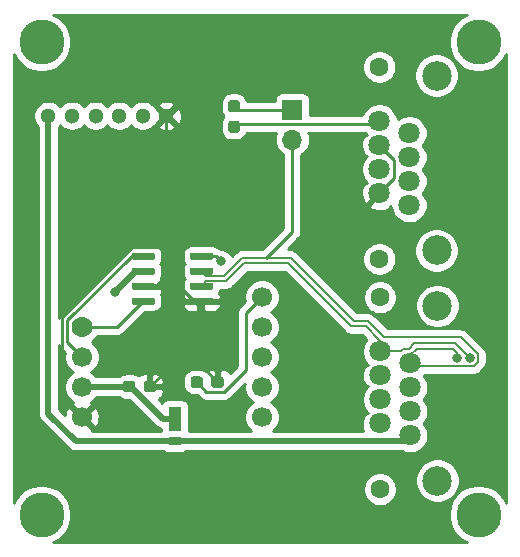
<source format=gbr>
G04 #@! TF.GenerationSoftware,KiCad,Pcbnew,(5.1.2)-1*
G04 #@! TF.CreationDate,2020-12-31T00:30:43+09:00*
G04 #@! TF.ProjectId,M5Atom_CAN_RJ45,4d354174-6f6d-45f4-9341-4e5f524a3435,rev?*
G04 #@! TF.SameCoordinates,Original*
G04 #@! TF.FileFunction,Copper,L2,Bot*
G04 #@! TF.FilePolarity,Positive*
%FSLAX46Y46*%
G04 Gerber Fmt 4.6, Leading zero omitted, Abs format (unit mm)*
G04 Created by KiCad (PCBNEW (5.1.2)-1) date 2020-12-31 00:30:43*
%MOMM*%
%LPD*%
G04 APERTURE LIST*
%ADD10C,3.800000*%
%ADD11R,1.100000X2.000000*%
%ADD12R,1.100000X0.800000*%
%ADD13C,2.500000*%
%ADD14C,1.600000*%
%ADD15C,1.800000*%
%ADD16C,1.700000*%
%ADD17C,1.776200*%
%ADD18C,0.100000*%
%ADD19C,0.600000*%
%ADD20C,0.950000*%
%ADD21O,1.700000X1.700000*%
%ADD22R,1.700000X1.700000*%
%ADD23C,1.300000*%
%ADD24C,0.800000*%
%ADD25C,0.250000*%
%ADD26C,0.500000*%
%ADD27C,0.200000*%
%ADD28C,0.254000*%
G04 APERTURE END LIST*
D10*
X137000001Y-121200000D03*
X174000000Y-121200000D03*
X174000000Y-81200001D03*
X137000001Y-81200001D03*
D11*
X148285000Y-113066000D03*
D12*
X148285000Y-114966000D03*
D13*
X170511000Y-103534000D03*
X170511000Y-118334000D03*
D14*
X165671000Y-102809000D03*
X165671000Y-119059000D03*
D15*
X168211000Y-114490000D03*
X165671000Y-113474000D03*
X168211000Y-112458000D03*
X165671000Y-111442000D03*
X168211000Y-110426000D03*
X165671000Y-109410000D03*
X168211000Y-108394000D03*
X165671000Y-107378000D03*
D16*
X155667000Y-102768000D03*
X155667000Y-105308000D03*
X155667000Y-107848000D03*
X155667000Y-110388000D03*
X155667000Y-112928000D03*
X140427000Y-112928000D03*
X140427000Y-110388000D03*
X140427000Y-107848000D03*
D17*
X140427000Y-105308000D03*
D18*
G36*
X151396703Y-102824722D02*
G01*
X151411264Y-102826882D01*
X151425543Y-102830459D01*
X151439403Y-102835418D01*
X151452710Y-102841712D01*
X151465336Y-102849280D01*
X151477159Y-102858048D01*
X151488066Y-102867934D01*
X151497952Y-102878841D01*
X151506720Y-102890664D01*
X151514288Y-102903290D01*
X151520582Y-102916597D01*
X151525541Y-102930457D01*
X151529118Y-102944736D01*
X151531278Y-102959297D01*
X151532000Y-102974000D01*
X151532000Y-103274000D01*
X151531278Y-103288703D01*
X151529118Y-103303264D01*
X151525541Y-103317543D01*
X151520582Y-103331403D01*
X151514288Y-103344710D01*
X151506720Y-103357336D01*
X151497952Y-103369159D01*
X151488066Y-103380066D01*
X151477159Y-103389952D01*
X151465336Y-103398720D01*
X151452710Y-103406288D01*
X151439403Y-103412582D01*
X151425543Y-103417541D01*
X151411264Y-103421118D01*
X151396703Y-103423278D01*
X151382000Y-103424000D01*
X149732000Y-103424000D01*
X149717297Y-103423278D01*
X149702736Y-103421118D01*
X149688457Y-103417541D01*
X149674597Y-103412582D01*
X149661290Y-103406288D01*
X149648664Y-103398720D01*
X149636841Y-103389952D01*
X149625934Y-103380066D01*
X149616048Y-103369159D01*
X149607280Y-103357336D01*
X149599712Y-103344710D01*
X149593418Y-103331403D01*
X149588459Y-103317543D01*
X149584882Y-103303264D01*
X149582722Y-103288703D01*
X149582000Y-103274000D01*
X149582000Y-102974000D01*
X149582722Y-102959297D01*
X149584882Y-102944736D01*
X149588459Y-102930457D01*
X149593418Y-102916597D01*
X149599712Y-102903290D01*
X149607280Y-102890664D01*
X149616048Y-102878841D01*
X149625934Y-102867934D01*
X149636841Y-102858048D01*
X149648664Y-102849280D01*
X149661290Y-102841712D01*
X149674597Y-102835418D01*
X149688457Y-102830459D01*
X149702736Y-102826882D01*
X149717297Y-102824722D01*
X149732000Y-102824000D01*
X151382000Y-102824000D01*
X151396703Y-102824722D01*
X151396703Y-102824722D01*
G37*
D19*
X150557000Y-103124000D03*
D18*
G36*
X151396703Y-101554722D02*
G01*
X151411264Y-101556882D01*
X151425543Y-101560459D01*
X151439403Y-101565418D01*
X151452710Y-101571712D01*
X151465336Y-101579280D01*
X151477159Y-101588048D01*
X151488066Y-101597934D01*
X151497952Y-101608841D01*
X151506720Y-101620664D01*
X151514288Y-101633290D01*
X151520582Y-101646597D01*
X151525541Y-101660457D01*
X151529118Y-101674736D01*
X151531278Y-101689297D01*
X151532000Y-101704000D01*
X151532000Y-102004000D01*
X151531278Y-102018703D01*
X151529118Y-102033264D01*
X151525541Y-102047543D01*
X151520582Y-102061403D01*
X151514288Y-102074710D01*
X151506720Y-102087336D01*
X151497952Y-102099159D01*
X151488066Y-102110066D01*
X151477159Y-102119952D01*
X151465336Y-102128720D01*
X151452710Y-102136288D01*
X151439403Y-102142582D01*
X151425543Y-102147541D01*
X151411264Y-102151118D01*
X151396703Y-102153278D01*
X151382000Y-102154000D01*
X149732000Y-102154000D01*
X149717297Y-102153278D01*
X149702736Y-102151118D01*
X149688457Y-102147541D01*
X149674597Y-102142582D01*
X149661290Y-102136288D01*
X149648664Y-102128720D01*
X149636841Y-102119952D01*
X149625934Y-102110066D01*
X149616048Y-102099159D01*
X149607280Y-102087336D01*
X149599712Y-102074710D01*
X149593418Y-102061403D01*
X149588459Y-102047543D01*
X149584882Y-102033264D01*
X149582722Y-102018703D01*
X149582000Y-102004000D01*
X149582000Y-101704000D01*
X149582722Y-101689297D01*
X149584882Y-101674736D01*
X149588459Y-101660457D01*
X149593418Y-101646597D01*
X149599712Y-101633290D01*
X149607280Y-101620664D01*
X149616048Y-101608841D01*
X149625934Y-101597934D01*
X149636841Y-101588048D01*
X149648664Y-101579280D01*
X149661290Y-101571712D01*
X149674597Y-101565418D01*
X149688457Y-101560459D01*
X149702736Y-101556882D01*
X149717297Y-101554722D01*
X149732000Y-101554000D01*
X151382000Y-101554000D01*
X151396703Y-101554722D01*
X151396703Y-101554722D01*
G37*
D19*
X150557000Y-101854000D03*
D18*
G36*
X151396703Y-100284722D02*
G01*
X151411264Y-100286882D01*
X151425543Y-100290459D01*
X151439403Y-100295418D01*
X151452710Y-100301712D01*
X151465336Y-100309280D01*
X151477159Y-100318048D01*
X151488066Y-100327934D01*
X151497952Y-100338841D01*
X151506720Y-100350664D01*
X151514288Y-100363290D01*
X151520582Y-100376597D01*
X151525541Y-100390457D01*
X151529118Y-100404736D01*
X151531278Y-100419297D01*
X151532000Y-100434000D01*
X151532000Y-100734000D01*
X151531278Y-100748703D01*
X151529118Y-100763264D01*
X151525541Y-100777543D01*
X151520582Y-100791403D01*
X151514288Y-100804710D01*
X151506720Y-100817336D01*
X151497952Y-100829159D01*
X151488066Y-100840066D01*
X151477159Y-100849952D01*
X151465336Y-100858720D01*
X151452710Y-100866288D01*
X151439403Y-100872582D01*
X151425543Y-100877541D01*
X151411264Y-100881118D01*
X151396703Y-100883278D01*
X151382000Y-100884000D01*
X149732000Y-100884000D01*
X149717297Y-100883278D01*
X149702736Y-100881118D01*
X149688457Y-100877541D01*
X149674597Y-100872582D01*
X149661290Y-100866288D01*
X149648664Y-100858720D01*
X149636841Y-100849952D01*
X149625934Y-100840066D01*
X149616048Y-100829159D01*
X149607280Y-100817336D01*
X149599712Y-100804710D01*
X149593418Y-100791403D01*
X149588459Y-100777543D01*
X149584882Y-100763264D01*
X149582722Y-100748703D01*
X149582000Y-100734000D01*
X149582000Y-100434000D01*
X149582722Y-100419297D01*
X149584882Y-100404736D01*
X149588459Y-100390457D01*
X149593418Y-100376597D01*
X149599712Y-100363290D01*
X149607280Y-100350664D01*
X149616048Y-100338841D01*
X149625934Y-100327934D01*
X149636841Y-100318048D01*
X149648664Y-100309280D01*
X149661290Y-100301712D01*
X149674597Y-100295418D01*
X149688457Y-100290459D01*
X149702736Y-100286882D01*
X149717297Y-100284722D01*
X149732000Y-100284000D01*
X151382000Y-100284000D01*
X151396703Y-100284722D01*
X151396703Y-100284722D01*
G37*
D19*
X150557000Y-100584000D03*
D18*
G36*
X151396703Y-99014722D02*
G01*
X151411264Y-99016882D01*
X151425543Y-99020459D01*
X151439403Y-99025418D01*
X151452710Y-99031712D01*
X151465336Y-99039280D01*
X151477159Y-99048048D01*
X151488066Y-99057934D01*
X151497952Y-99068841D01*
X151506720Y-99080664D01*
X151514288Y-99093290D01*
X151520582Y-99106597D01*
X151525541Y-99120457D01*
X151529118Y-99134736D01*
X151531278Y-99149297D01*
X151532000Y-99164000D01*
X151532000Y-99464000D01*
X151531278Y-99478703D01*
X151529118Y-99493264D01*
X151525541Y-99507543D01*
X151520582Y-99521403D01*
X151514288Y-99534710D01*
X151506720Y-99547336D01*
X151497952Y-99559159D01*
X151488066Y-99570066D01*
X151477159Y-99579952D01*
X151465336Y-99588720D01*
X151452710Y-99596288D01*
X151439403Y-99602582D01*
X151425543Y-99607541D01*
X151411264Y-99611118D01*
X151396703Y-99613278D01*
X151382000Y-99614000D01*
X149732000Y-99614000D01*
X149717297Y-99613278D01*
X149702736Y-99611118D01*
X149688457Y-99607541D01*
X149674597Y-99602582D01*
X149661290Y-99596288D01*
X149648664Y-99588720D01*
X149636841Y-99579952D01*
X149625934Y-99570066D01*
X149616048Y-99559159D01*
X149607280Y-99547336D01*
X149599712Y-99534710D01*
X149593418Y-99521403D01*
X149588459Y-99507543D01*
X149584882Y-99493264D01*
X149582722Y-99478703D01*
X149582000Y-99464000D01*
X149582000Y-99164000D01*
X149582722Y-99149297D01*
X149584882Y-99134736D01*
X149588459Y-99120457D01*
X149593418Y-99106597D01*
X149599712Y-99093290D01*
X149607280Y-99080664D01*
X149616048Y-99068841D01*
X149625934Y-99057934D01*
X149636841Y-99048048D01*
X149648664Y-99039280D01*
X149661290Y-99031712D01*
X149674597Y-99025418D01*
X149688457Y-99020459D01*
X149702736Y-99016882D01*
X149717297Y-99014722D01*
X149732000Y-99014000D01*
X151382000Y-99014000D01*
X151396703Y-99014722D01*
X151396703Y-99014722D01*
G37*
D19*
X150557000Y-99314000D03*
D18*
G36*
X146446703Y-99014722D02*
G01*
X146461264Y-99016882D01*
X146475543Y-99020459D01*
X146489403Y-99025418D01*
X146502710Y-99031712D01*
X146515336Y-99039280D01*
X146527159Y-99048048D01*
X146538066Y-99057934D01*
X146547952Y-99068841D01*
X146556720Y-99080664D01*
X146564288Y-99093290D01*
X146570582Y-99106597D01*
X146575541Y-99120457D01*
X146579118Y-99134736D01*
X146581278Y-99149297D01*
X146582000Y-99164000D01*
X146582000Y-99464000D01*
X146581278Y-99478703D01*
X146579118Y-99493264D01*
X146575541Y-99507543D01*
X146570582Y-99521403D01*
X146564288Y-99534710D01*
X146556720Y-99547336D01*
X146547952Y-99559159D01*
X146538066Y-99570066D01*
X146527159Y-99579952D01*
X146515336Y-99588720D01*
X146502710Y-99596288D01*
X146489403Y-99602582D01*
X146475543Y-99607541D01*
X146461264Y-99611118D01*
X146446703Y-99613278D01*
X146432000Y-99614000D01*
X144782000Y-99614000D01*
X144767297Y-99613278D01*
X144752736Y-99611118D01*
X144738457Y-99607541D01*
X144724597Y-99602582D01*
X144711290Y-99596288D01*
X144698664Y-99588720D01*
X144686841Y-99579952D01*
X144675934Y-99570066D01*
X144666048Y-99559159D01*
X144657280Y-99547336D01*
X144649712Y-99534710D01*
X144643418Y-99521403D01*
X144638459Y-99507543D01*
X144634882Y-99493264D01*
X144632722Y-99478703D01*
X144632000Y-99464000D01*
X144632000Y-99164000D01*
X144632722Y-99149297D01*
X144634882Y-99134736D01*
X144638459Y-99120457D01*
X144643418Y-99106597D01*
X144649712Y-99093290D01*
X144657280Y-99080664D01*
X144666048Y-99068841D01*
X144675934Y-99057934D01*
X144686841Y-99048048D01*
X144698664Y-99039280D01*
X144711290Y-99031712D01*
X144724597Y-99025418D01*
X144738457Y-99020459D01*
X144752736Y-99016882D01*
X144767297Y-99014722D01*
X144782000Y-99014000D01*
X146432000Y-99014000D01*
X146446703Y-99014722D01*
X146446703Y-99014722D01*
G37*
D19*
X145607000Y-99314000D03*
D18*
G36*
X146446703Y-100284722D02*
G01*
X146461264Y-100286882D01*
X146475543Y-100290459D01*
X146489403Y-100295418D01*
X146502710Y-100301712D01*
X146515336Y-100309280D01*
X146527159Y-100318048D01*
X146538066Y-100327934D01*
X146547952Y-100338841D01*
X146556720Y-100350664D01*
X146564288Y-100363290D01*
X146570582Y-100376597D01*
X146575541Y-100390457D01*
X146579118Y-100404736D01*
X146581278Y-100419297D01*
X146582000Y-100434000D01*
X146582000Y-100734000D01*
X146581278Y-100748703D01*
X146579118Y-100763264D01*
X146575541Y-100777543D01*
X146570582Y-100791403D01*
X146564288Y-100804710D01*
X146556720Y-100817336D01*
X146547952Y-100829159D01*
X146538066Y-100840066D01*
X146527159Y-100849952D01*
X146515336Y-100858720D01*
X146502710Y-100866288D01*
X146489403Y-100872582D01*
X146475543Y-100877541D01*
X146461264Y-100881118D01*
X146446703Y-100883278D01*
X146432000Y-100884000D01*
X144782000Y-100884000D01*
X144767297Y-100883278D01*
X144752736Y-100881118D01*
X144738457Y-100877541D01*
X144724597Y-100872582D01*
X144711290Y-100866288D01*
X144698664Y-100858720D01*
X144686841Y-100849952D01*
X144675934Y-100840066D01*
X144666048Y-100829159D01*
X144657280Y-100817336D01*
X144649712Y-100804710D01*
X144643418Y-100791403D01*
X144638459Y-100777543D01*
X144634882Y-100763264D01*
X144632722Y-100748703D01*
X144632000Y-100734000D01*
X144632000Y-100434000D01*
X144632722Y-100419297D01*
X144634882Y-100404736D01*
X144638459Y-100390457D01*
X144643418Y-100376597D01*
X144649712Y-100363290D01*
X144657280Y-100350664D01*
X144666048Y-100338841D01*
X144675934Y-100327934D01*
X144686841Y-100318048D01*
X144698664Y-100309280D01*
X144711290Y-100301712D01*
X144724597Y-100295418D01*
X144738457Y-100290459D01*
X144752736Y-100286882D01*
X144767297Y-100284722D01*
X144782000Y-100284000D01*
X146432000Y-100284000D01*
X146446703Y-100284722D01*
X146446703Y-100284722D01*
G37*
D19*
X145607000Y-100584000D03*
D18*
G36*
X146446703Y-101554722D02*
G01*
X146461264Y-101556882D01*
X146475543Y-101560459D01*
X146489403Y-101565418D01*
X146502710Y-101571712D01*
X146515336Y-101579280D01*
X146527159Y-101588048D01*
X146538066Y-101597934D01*
X146547952Y-101608841D01*
X146556720Y-101620664D01*
X146564288Y-101633290D01*
X146570582Y-101646597D01*
X146575541Y-101660457D01*
X146579118Y-101674736D01*
X146581278Y-101689297D01*
X146582000Y-101704000D01*
X146582000Y-102004000D01*
X146581278Y-102018703D01*
X146579118Y-102033264D01*
X146575541Y-102047543D01*
X146570582Y-102061403D01*
X146564288Y-102074710D01*
X146556720Y-102087336D01*
X146547952Y-102099159D01*
X146538066Y-102110066D01*
X146527159Y-102119952D01*
X146515336Y-102128720D01*
X146502710Y-102136288D01*
X146489403Y-102142582D01*
X146475543Y-102147541D01*
X146461264Y-102151118D01*
X146446703Y-102153278D01*
X146432000Y-102154000D01*
X144782000Y-102154000D01*
X144767297Y-102153278D01*
X144752736Y-102151118D01*
X144738457Y-102147541D01*
X144724597Y-102142582D01*
X144711290Y-102136288D01*
X144698664Y-102128720D01*
X144686841Y-102119952D01*
X144675934Y-102110066D01*
X144666048Y-102099159D01*
X144657280Y-102087336D01*
X144649712Y-102074710D01*
X144643418Y-102061403D01*
X144638459Y-102047543D01*
X144634882Y-102033264D01*
X144632722Y-102018703D01*
X144632000Y-102004000D01*
X144632000Y-101704000D01*
X144632722Y-101689297D01*
X144634882Y-101674736D01*
X144638459Y-101660457D01*
X144643418Y-101646597D01*
X144649712Y-101633290D01*
X144657280Y-101620664D01*
X144666048Y-101608841D01*
X144675934Y-101597934D01*
X144686841Y-101588048D01*
X144698664Y-101579280D01*
X144711290Y-101571712D01*
X144724597Y-101565418D01*
X144738457Y-101560459D01*
X144752736Y-101556882D01*
X144767297Y-101554722D01*
X144782000Y-101554000D01*
X146432000Y-101554000D01*
X146446703Y-101554722D01*
X146446703Y-101554722D01*
G37*
D19*
X145607000Y-101854000D03*
D18*
G36*
X146446703Y-102824722D02*
G01*
X146461264Y-102826882D01*
X146475543Y-102830459D01*
X146489403Y-102835418D01*
X146502710Y-102841712D01*
X146515336Y-102849280D01*
X146527159Y-102858048D01*
X146538066Y-102867934D01*
X146547952Y-102878841D01*
X146556720Y-102890664D01*
X146564288Y-102903290D01*
X146570582Y-102916597D01*
X146575541Y-102930457D01*
X146579118Y-102944736D01*
X146581278Y-102959297D01*
X146582000Y-102974000D01*
X146582000Y-103274000D01*
X146581278Y-103288703D01*
X146579118Y-103303264D01*
X146575541Y-103317543D01*
X146570582Y-103331403D01*
X146564288Y-103344710D01*
X146556720Y-103357336D01*
X146547952Y-103369159D01*
X146538066Y-103380066D01*
X146527159Y-103389952D01*
X146515336Y-103398720D01*
X146502710Y-103406288D01*
X146489403Y-103412582D01*
X146475543Y-103417541D01*
X146461264Y-103421118D01*
X146446703Y-103423278D01*
X146432000Y-103424000D01*
X144782000Y-103424000D01*
X144767297Y-103423278D01*
X144752736Y-103421118D01*
X144738457Y-103417541D01*
X144724597Y-103412582D01*
X144711290Y-103406288D01*
X144698664Y-103398720D01*
X144686841Y-103389952D01*
X144675934Y-103380066D01*
X144666048Y-103369159D01*
X144657280Y-103357336D01*
X144649712Y-103344710D01*
X144643418Y-103331403D01*
X144638459Y-103317543D01*
X144634882Y-103303264D01*
X144632722Y-103288703D01*
X144632000Y-103274000D01*
X144632000Y-102974000D01*
X144632722Y-102959297D01*
X144634882Y-102944736D01*
X144638459Y-102930457D01*
X144643418Y-102916597D01*
X144649712Y-102903290D01*
X144657280Y-102890664D01*
X144666048Y-102878841D01*
X144675934Y-102867934D01*
X144686841Y-102858048D01*
X144698664Y-102849280D01*
X144711290Y-102841712D01*
X144724597Y-102835418D01*
X144738457Y-102830459D01*
X144752736Y-102826882D01*
X144767297Y-102824722D01*
X144782000Y-102824000D01*
X146432000Y-102824000D01*
X146446703Y-102824722D01*
X146446703Y-102824722D01*
G37*
D19*
X145607000Y-103124000D03*
D18*
G36*
X153549779Y-87840144D02*
G01*
X153572834Y-87843563D01*
X153595443Y-87849227D01*
X153617387Y-87857079D01*
X153638457Y-87867044D01*
X153658448Y-87879026D01*
X153677168Y-87892910D01*
X153694438Y-87908562D01*
X153710090Y-87925832D01*
X153723974Y-87944552D01*
X153735956Y-87964543D01*
X153745921Y-87985613D01*
X153753773Y-88007557D01*
X153759437Y-88030166D01*
X153762856Y-88053221D01*
X153764000Y-88076500D01*
X153764000Y-88651500D01*
X153762856Y-88674779D01*
X153759437Y-88697834D01*
X153753773Y-88720443D01*
X153745921Y-88742387D01*
X153735956Y-88763457D01*
X153723974Y-88783448D01*
X153710090Y-88802168D01*
X153694438Y-88819438D01*
X153677168Y-88835090D01*
X153658448Y-88848974D01*
X153638457Y-88860956D01*
X153617387Y-88870921D01*
X153595443Y-88878773D01*
X153572834Y-88884437D01*
X153549779Y-88887856D01*
X153526500Y-88889000D01*
X153051500Y-88889000D01*
X153028221Y-88887856D01*
X153005166Y-88884437D01*
X152982557Y-88878773D01*
X152960613Y-88870921D01*
X152939543Y-88860956D01*
X152919552Y-88848974D01*
X152900832Y-88835090D01*
X152883562Y-88819438D01*
X152867910Y-88802168D01*
X152854026Y-88783448D01*
X152842044Y-88763457D01*
X152832079Y-88742387D01*
X152824227Y-88720443D01*
X152818563Y-88697834D01*
X152815144Y-88674779D01*
X152814000Y-88651500D01*
X152814000Y-88076500D01*
X152815144Y-88053221D01*
X152818563Y-88030166D01*
X152824227Y-88007557D01*
X152832079Y-87985613D01*
X152842044Y-87964543D01*
X152854026Y-87944552D01*
X152867910Y-87925832D01*
X152883562Y-87908562D01*
X152900832Y-87892910D01*
X152919552Y-87879026D01*
X152939543Y-87867044D01*
X152960613Y-87857079D01*
X152982557Y-87849227D01*
X153005166Y-87843563D01*
X153028221Y-87840144D01*
X153051500Y-87839000D01*
X153526500Y-87839000D01*
X153549779Y-87840144D01*
X153549779Y-87840144D01*
G37*
D20*
X153289000Y-88364000D03*
D18*
G36*
X153549779Y-86090144D02*
G01*
X153572834Y-86093563D01*
X153595443Y-86099227D01*
X153617387Y-86107079D01*
X153638457Y-86117044D01*
X153658448Y-86129026D01*
X153677168Y-86142910D01*
X153694438Y-86158562D01*
X153710090Y-86175832D01*
X153723974Y-86194552D01*
X153735956Y-86214543D01*
X153745921Y-86235613D01*
X153753773Y-86257557D01*
X153759437Y-86280166D01*
X153762856Y-86303221D01*
X153764000Y-86326500D01*
X153764000Y-86901500D01*
X153762856Y-86924779D01*
X153759437Y-86947834D01*
X153753773Y-86970443D01*
X153745921Y-86992387D01*
X153735956Y-87013457D01*
X153723974Y-87033448D01*
X153710090Y-87052168D01*
X153694438Y-87069438D01*
X153677168Y-87085090D01*
X153658448Y-87098974D01*
X153638457Y-87110956D01*
X153617387Y-87120921D01*
X153595443Y-87128773D01*
X153572834Y-87134437D01*
X153549779Y-87137856D01*
X153526500Y-87139000D01*
X153051500Y-87139000D01*
X153028221Y-87137856D01*
X153005166Y-87134437D01*
X152982557Y-87128773D01*
X152960613Y-87120921D01*
X152939543Y-87110956D01*
X152919552Y-87098974D01*
X152900832Y-87085090D01*
X152883562Y-87069438D01*
X152867910Y-87052168D01*
X152854026Y-87033448D01*
X152842044Y-87013457D01*
X152832079Y-86992387D01*
X152824227Y-86970443D01*
X152818563Y-86947834D01*
X152815144Y-86924779D01*
X152814000Y-86901500D01*
X152814000Y-86326500D01*
X152815144Y-86303221D01*
X152818563Y-86280166D01*
X152824227Y-86257557D01*
X152832079Y-86235613D01*
X152842044Y-86214543D01*
X152854026Y-86194552D01*
X152867910Y-86175832D01*
X152883562Y-86158562D01*
X152900832Y-86142910D01*
X152919552Y-86129026D01*
X152939543Y-86117044D01*
X152960613Y-86107079D01*
X152982557Y-86099227D01*
X153005166Y-86093563D01*
X153028221Y-86090144D01*
X153051500Y-86089000D01*
X153526500Y-86089000D01*
X153549779Y-86090144D01*
X153549779Y-86090144D01*
G37*
D20*
X153289000Y-86614000D03*
D21*
X158242000Y-89471500D03*
D22*
X158242000Y-86931500D03*
D23*
X147574000Y-87439500D03*
X145574000Y-87439500D03*
X143574000Y-87439500D03*
X141574000Y-87439500D03*
X139574000Y-87439500D03*
X137574000Y-87439500D03*
D13*
X170448000Y-84040000D03*
X170448000Y-98840000D03*
D14*
X165608000Y-83315000D03*
X165608000Y-99565000D03*
D15*
X168148000Y-94996000D03*
X165608000Y-93980000D03*
X168148000Y-92964000D03*
X165608000Y-91948000D03*
X168148000Y-90932000D03*
X165608000Y-89916000D03*
X168148000Y-88900000D03*
X165608000Y-87884000D03*
D18*
G36*
X146484779Y-109889144D02*
G01*
X146507834Y-109892563D01*
X146530443Y-109898227D01*
X146552387Y-109906079D01*
X146573457Y-109916044D01*
X146593448Y-109928026D01*
X146612168Y-109941910D01*
X146629438Y-109957562D01*
X146645090Y-109974832D01*
X146658974Y-109993552D01*
X146670956Y-110013543D01*
X146680921Y-110034613D01*
X146688773Y-110056557D01*
X146694437Y-110079166D01*
X146697856Y-110102221D01*
X146699000Y-110125500D01*
X146699000Y-110600500D01*
X146697856Y-110623779D01*
X146694437Y-110646834D01*
X146688773Y-110669443D01*
X146680921Y-110691387D01*
X146670956Y-110712457D01*
X146658974Y-110732448D01*
X146645090Y-110751168D01*
X146629438Y-110768438D01*
X146612168Y-110784090D01*
X146593448Y-110797974D01*
X146573457Y-110809956D01*
X146552387Y-110819921D01*
X146530443Y-110827773D01*
X146507834Y-110833437D01*
X146484779Y-110836856D01*
X146461500Y-110838000D01*
X145886500Y-110838000D01*
X145863221Y-110836856D01*
X145840166Y-110833437D01*
X145817557Y-110827773D01*
X145795613Y-110819921D01*
X145774543Y-110809956D01*
X145754552Y-110797974D01*
X145735832Y-110784090D01*
X145718562Y-110768438D01*
X145702910Y-110751168D01*
X145689026Y-110732448D01*
X145677044Y-110712457D01*
X145667079Y-110691387D01*
X145659227Y-110669443D01*
X145653563Y-110646834D01*
X145650144Y-110623779D01*
X145649000Y-110600500D01*
X145649000Y-110125500D01*
X145650144Y-110102221D01*
X145653563Y-110079166D01*
X145659227Y-110056557D01*
X145667079Y-110034613D01*
X145677044Y-110013543D01*
X145689026Y-109993552D01*
X145702910Y-109974832D01*
X145718562Y-109957562D01*
X145735832Y-109941910D01*
X145754552Y-109928026D01*
X145774543Y-109916044D01*
X145795613Y-109906079D01*
X145817557Y-109898227D01*
X145840166Y-109892563D01*
X145863221Y-109889144D01*
X145886500Y-109888000D01*
X146461500Y-109888000D01*
X146484779Y-109889144D01*
X146484779Y-109889144D01*
G37*
D20*
X146174000Y-110363000D03*
D18*
G36*
X144734779Y-109889144D02*
G01*
X144757834Y-109892563D01*
X144780443Y-109898227D01*
X144802387Y-109906079D01*
X144823457Y-109916044D01*
X144843448Y-109928026D01*
X144862168Y-109941910D01*
X144879438Y-109957562D01*
X144895090Y-109974832D01*
X144908974Y-109993552D01*
X144920956Y-110013543D01*
X144930921Y-110034613D01*
X144938773Y-110056557D01*
X144944437Y-110079166D01*
X144947856Y-110102221D01*
X144949000Y-110125500D01*
X144949000Y-110600500D01*
X144947856Y-110623779D01*
X144944437Y-110646834D01*
X144938773Y-110669443D01*
X144930921Y-110691387D01*
X144920956Y-110712457D01*
X144908974Y-110732448D01*
X144895090Y-110751168D01*
X144879438Y-110768438D01*
X144862168Y-110784090D01*
X144843448Y-110797974D01*
X144823457Y-110809956D01*
X144802387Y-110819921D01*
X144780443Y-110827773D01*
X144757834Y-110833437D01*
X144734779Y-110836856D01*
X144711500Y-110838000D01*
X144136500Y-110838000D01*
X144113221Y-110836856D01*
X144090166Y-110833437D01*
X144067557Y-110827773D01*
X144045613Y-110819921D01*
X144024543Y-110809956D01*
X144004552Y-110797974D01*
X143985832Y-110784090D01*
X143968562Y-110768438D01*
X143952910Y-110751168D01*
X143939026Y-110732448D01*
X143927044Y-110712457D01*
X143917079Y-110691387D01*
X143909227Y-110669443D01*
X143903563Y-110646834D01*
X143900144Y-110623779D01*
X143899000Y-110600500D01*
X143899000Y-110125500D01*
X143900144Y-110102221D01*
X143903563Y-110079166D01*
X143909227Y-110056557D01*
X143917079Y-110034613D01*
X143927044Y-110013543D01*
X143939026Y-109993552D01*
X143952910Y-109974832D01*
X143968562Y-109957562D01*
X143985832Y-109941910D01*
X144004552Y-109928026D01*
X144024543Y-109916044D01*
X144045613Y-109906079D01*
X144067557Y-109898227D01*
X144090166Y-109892563D01*
X144113221Y-109889144D01*
X144136500Y-109888000D01*
X144711500Y-109888000D01*
X144734779Y-109889144D01*
X144734779Y-109889144D01*
G37*
D20*
X144424000Y-110363000D03*
D18*
G36*
X152202779Y-109508144D02*
G01*
X152225834Y-109511563D01*
X152248443Y-109517227D01*
X152270387Y-109525079D01*
X152291457Y-109535044D01*
X152311448Y-109547026D01*
X152330168Y-109560910D01*
X152347438Y-109576562D01*
X152363090Y-109593832D01*
X152376974Y-109612552D01*
X152388956Y-109632543D01*
X152398921Y-109653613D01*
X152406773Y-109675557D01*
X152412437Y-109698166D01*
X152415856Y-109721221D01*
X152417000Y-109744500D01*
X152417000Y-110219500D01*
X152415856Y-110242779D01*
X152412437Y-110265834D01*
X152406773Y-110288443D01*
X152398921Y-110310387D01*
X152388956Y-110331457D01*
X152376974Y-110351448D01*
X152363090Y-110370168D01*
X152347438Y-110387438D01*
X152330168Y-110403090D01*
X152311448Y-110416974D01*
X152291457Y-110428956D01*
X152270387Y-110438921D01*
X152248443Y-110446773D01*
X152225834Y-110452437D01*
X152202779Y-110455856D01*
X152179500Y-110457000D01*
X151604500Y-110457000D01*
X151581221Y-110455856D01*
X151558166Y-110452437D01*
X151535557Y-110446773D01*
X151513613Y-110438921D01*
X151492543Y-110428956D01*
X151472552Y-110416974D01*
X151453832Y-110403090D01*
X151436562Y-110387438D01*
X151420910Y-110370168D01*
X151407026Y-110351448D01*
X151395044Y-110331457D01*
X151385079Y-110310387D01*
X151377227Y-110288443D01*
X151371563Y-110265834D01*
X151368144Y-110242779D01*
X151367000Y-110219500D01*
X151367000Y-109744500D01*
X151368144Y-109721221D01*
X151371563Y-109698166D01*
X151377227Y-109675557D01*
X151385079Y-109653613D01*
X151395044Y-109632543D01*
X151407026Y-109612552D01*
X151420910Y-109593832D01*
X151436562Y-109576562D01*
X151453832Y-109560910D01*
X151472552Y-109547026D01*
X151492543Y-109535044D01*
X151513613Y-109525079D01*
X151535557Y-109517227D01*
X151558166Y-109511563D01*
X151581221Y-109508144D01*
X151604500Y-109507000D01*
X152179500Y-109507000D01*
X152202779Y-109508144D01*
X152202779Y-109508144D01*
G37*
D20*
X151892000Y-109982000D03*
D18*
G36*
X150452779Y-109508144D02*
G01*
X150475834Y-109511563D01*
X150498443Y-109517227D01*
X150520387Y-109525079D01*
X150541457Y-109535044D01*
X150561448Y-109547026D01*
X150580168Y-109560910D01*
X150597438Y-109576562D01*
X150613090Y-109593832D01*
X150626974Y-109612552D01*
X150638956Y-109632543D01*
X150648921Y-109653613D01*
X150656773Y-109675557D01*
X150662437Y-109698166D01*
X150665856Y-109721221D01*
X150667000Y-109744500D01*
X150667000Y-110219500D01*
X150665856Y-110242779D01*
X150662437Y-110265834D01*
X150656773Y-110288443D01*
X150648921Y-110310387D01*
X150638956Y-110331457D01*
X150626974Y-110351448D01*
X150613090Y-110370168D01*
X150597438Y-110387438D01*
X150580168Y-110403090D01*
X150561448Y-110416974D01*
X150541457Y-110428956D01*
X150520387Y-110438921D01*
X150498443Y-110446773D01*
X150475834Y-110452437D01*
X150452779Y-110455856D01*
X150429500Y-110457000D01*
X149854500Y-110457000D01*
X149831221Y-110455856D01*
X149808166Y-110452437D01*
X149785557Y-110446773D01*
X149763613Y-110438921D01*
X149742543Y-110428956D01*
X149722552Y-110416974D01*
X149703832Y-110403090D01*
X149686562Y-110387438D01*
X149670910Y-110370168D01*
X149657026Y-110351448D01*
X149645044Y-110331457D01*
X149635079Y-110310387D01*
X149627227Y-110288443D01*
X149621563Y-110265834D01*
X149618144Y-110242779D01*
X149617000Y-110219500D01*
X149617000Y-109744500D01*
X149618144Y-109721221D01*
X149621563Y-109698166D01*
X149627227Y-109675557D01*
X149635079Y-109653613D01*
X149645044Y-109632543D01*
X149657026Y-109612552D01*
X149670910Y-109593832D01*
X149686562Y-109576562D01*
X149703832Y-109560910D01*
X149722552Y-109547026D01*
X149742543Y-109535044D01*
X149763613Y-109525079D01*
X149785557Y-109517227D01*
X149808166Y-109511563D01*
X149831221Y-109508144D01*
X149854500Y-109507000D01*
X150429500Y-109507000D01*
X150452779Y-109508144D01*
X150452779Y-109508144D01*
G37*
D20*
X150142000Y-109982000D03*
D24*
X152213000Y-99768900D03*
X172195000Y-107950000D03*
X173245000Y-107950000D03*
X143198000Y-102358400D03*
D25*
X147574000Y-98579800D02*
X147574000Y-101001000D01*
X147574000Y-87439500D02*
X147574000Y-98579800D01*
X148214000Y-108323000D02*
X147709000Y-108323000D01*
X150233000Y-108323000D02*
X148214000Y-108323000D01*
X147574000Y-101001000D02*
X146721000Y-101854000D01*
X146721000Y-101854000D02*
X145607000Y-101854000D01*
X150233000Y-108323000D02*
X151892000Y-109982000D01*
X165608000Y-89916000D02*
X166859000Y-91167100D01*
X166859000Y-91167100D02*
X166859000Y-92728900D01*
X166859000Y-92728900D02*
X165608000Y-93980000D01*
X150557000Y-103124000D02*
X150233000Y-103448000D01*
X150233000Y-103448000D02*
X147787000Y-101001000D01*
X147787000Y-101001000D02*
X147574000Y-101001000D01*
X150233000Y-103448000D02*
X150233000Y-108323000D01*
X148214000Y-108323000D02*
X146174000Y-110363000D01*
X147574000Y-98579800D02*
X144621000Y-98579800D01*
X144621000Y-98579800D02*
X138726000Y-104474000D01*
X138726000Y-104474000D02*
X138726000Y-111227000D01*
X138726000Y-111227000D02*
X140427000Y-112928000D01*
X150142000Y-109982000D02*
X150954000Y-110794000D01*
X150954000Y-110794000D02*
X152461000Y-110794000D01*
X152461000Y-110794000D02*
X154302000Y-108953000D01*
X154302000Y-108953000D02*
X154302000Y-104133000D01*
X154302000Y-104133000D02*
X155667000Y-102768000D01*
X150557000Y-99314000D02*
X151758000Y-99314000D01*
X151758000Y-99314000D02*
X152213000Y-99768900D01*
D26*
X168211000Y-114490000D02*
X167735000Y-114966000D01*
X167735000Y-114966000D02*
X148285000Y-114966000D01*
X148285000Y-114966000D02*
X139893000Y-114966000D01*
X139893000Y-114966000D02*
X137574000Y-112647000D01*
X137574000Y-112647000D02*
X137574000Y-87439500D01*
D27*
X156020000Y-99470000D02*
X158081000Y-99470000D01*
X158081000Y-99470000D02*
X163415000Y-104804000D01*
X163415000Y-104804000D02*
X164621000Y-104804000D01*
X164621000Y-104804000D02*
X165995000Y-106178000D01*
X165995000Y-106178000D02*
X172510000Y-106178000D01*
X172510000Y-106178000D02*
X173945000Y-107614000D01*
X173945000Y-107614000D02*
X173945000Y-108286000D01*
X173945000Y-108286000D02*
X173581000Y-108650000D01*
X173581000Y-108650000D02*
X168467000Y-108650000D01*
X168467000Y-108650000D02*
X168211000Y-108394000D01*
X150557000Y-100584000D02*
X150967000Y-100994000D01*
X150967000Y-100994000D02*
X152434000Y-100994000D01*
X152434000Y-100994000D02*
X153958000Y-99470000D01*
X153958000Y-99470000D02*
X156020000Y-99470000D01*
D25*
X156020000Y-99470000D02*
X158242000Y-97247500D01*
X158242000Y-97247500D02*
X158242000Y-89471500D01*
D27*
X172195000Y-107950000D02*
X172195000Y-107536000D01*
X172195000Y-107536000D02*
X171818000Y-107159000D01*
X171818000Y-107159000D02*
X168749000Y-107159000D01*
X168749000Y-107159000D02*
X168211000Y-107697000D01*
X168211000Y-107697000D02*
X168211000Y-108394000D01*
D25*
X165608000Y-87884000D02*
X165385000Y-88106900D01*
X165385000Y-88106900D02*
X153546000Y-88106900D01*
X153546000Y-88106900D02*
X153289000Y-88364000D01*
D27*
X150557000Y-101854000D02*
X150967000Y-101444000D01*
X150967000Y-101444000D02*
X152620000Y-101444000D01*
X152620000Y-101444000D02*
X154144000Y-99920000D01*
X154144000Y-99920000D02*
X157895000Y-99920000D01*
X157895000Y-99920000D02*
X163229000Y-105254000D01*
X163229000Y-105254000D02*
X164435000Y-105254000D01*
X164435000Y-105254000D02*
X165671000Y-106491000D01*
X165671000Y-106491000D02*
X165671000Y-107378000D01*
X173245000Y-107950000D02*
X172004000Y-106709000D01*
X172004000Y-106709000D02*
X168563000Y-106709000D01*
X168563000Y-106709000D02*
X168077000Y-107194000D01*
X168077000Y-107194000D02*
X167635000Y-107194000D01*
X167635000Y-107194000D02*
X167451000Y-107378000D01*
X167451000Y-107378000D02*
X165671000Y-107378000D01*
D25*
X158242000Y-86931500D02*
X153606000Y-86931500D01*
X153606000Y-86931500D02*
X153289000Y-86614000D01*
X140427000Y-107848000D02*
X139182000Y-106603000D01*
X139182000Y-106603000D02*
X139182000Y-104753000D01*
X139182000Y-104753000D02*
X144621000Y-99314000D01*
X144621000Y-99314000D02*
X145607000Y-99314000D01*
X145607000Y-103124000D02*
X143423000Y-105308000D01*
X143423000Y-105308000D02*
X140427000Y-105308000D01*
D26*
X145201000Y-100584000D02*
X144972400Y-100584000D01*
X144972400Y-100584000D02*
X143198000Y-102358400D01*
D25*
X145201000Y-100584000D02*
X145607000Y-100584000D01*
X145607000Y-100584000D02*
X146014000Y-100584000D01*
D26*
X148285000Y-113066000D02*
X147285000Y-113066000D01*
X147285000Y-113066000D02*
X144582000Y-110363000D01*
X144582000Y-110363000D02*
X144424000Y-110363000D01*
X144424000Y-110363000D02*
X140452000Y-110363000D01*
X140452000Y-110363000D02*
X140427000Y-110388000D01*
D28*
G36*
X172799227Y-78953513D02*
G01*
X172384032Y-79230938D01*
X172030937Y-79584033D01*
X171753512Y-79999228D01*
X171562418Y-80460569D01*
X171465000Y-80950325D01*
X171465000Y-81449677D01*
X171562418Y-81939433D01*
X171753512Y-82400774D01*
X172030937Y-82815969D01*
X172384032Y-83169064D01*
X172799227Y-83446489D01*
X173260568Y-83637583D01*
X173750324Y-83735001D01*
X174249676Y-83735001D01*
X174739432Y-83637583D01*
X175200773Y-83446489D01*
X175615968Y-83169064D01*
X175969063Y-82815969D01*
X176246488Y-82400774D01*
X176340001Y-82175014D01*
X176340000Y-120224985D01*
X176246488Y-119999227D01*
X175969063Y-119584032D01*
X175615968Y-119230937D01*
X175200773Y-118953512D01*
X174739432Y-118762418D01*
X174249676Y-118665000D01*
X173750324Y-118665000D01*
X173260568Y-118762418D01*
X172799227Y-118953512D01*
X172384032Y-119230937D01*
X172030937Y-119584032D01*
X171753512Y-119999227D01*
X171562418Y-120460568D01*
X171465000Y-120950324D01*
X171465000Y-121449676D01*
X171562418Y-121939432D01*
X171753512Y-122400773D01*
X172030937Y-122815968D01*
X172384032Y-123169063D01*
X172799227Y-123446488D01*
X173024985Y-123540000D01*
X137975016Y-123540000D01*
X138200774Y-123446488D01*
X138615969Y-123169063D01*
X138969064Y-122815968D01*
X139246489Y-122400773D01*
X139437583Y-121939432D01*
X139535001Y-121449676D01*
X139535001Y-120950324D01*
X139437583Y-120460568D01*
X139246489Y-119999227D01*
X138969064Y-119584032D01*
X138615969Y-119230937D01*
X138200774Y-118953512D01*
X138114232Y-118917665D01*
X164236000Y-118917665D01*
X164236000Y-119200335D01*
X164291147Y-119477574D01*
X164399320Y-119738727D01*
X164556363Y-119973759D01*
X164756241Y-120173637D01*
X164991273Y-120330680D01*
X165252426Y-120438853D01*
X165529665Y-120494000D01*
X165812335Y-120494000D01*
X166089574Y-120438853D01*
X166350727Y-120330680D01*
X166585759Y-120173637D01*
X166785637Y-119973759D01*
X166942680Y-119738727D01*
X167050853Y-119477574D01*
X167106000Y-119200335D01*
X167106000Y-118917665D01*
X167050853Y-118640426D01*
X166942680Y-118379273D01*
X166788379Y-118148344D01*
X168626000Y-118148344D01*
X168626000Y-118519656D01*
X168698439Y-118883834D01*
X168840534Y-119226882D01*
X169046825Y-119535618D01*
X169309382Y-119798175D01*
X169618118Y-120004466D01*
X169961166Y-120146561D01*
X170325344Y-120219000D01*
X170696656Y-120219000D01*
X171060834Y-120146561D01*
X171403882Y-120004466D01*
X171712618Y-119798175D01*
X171975175Y-119535618D01*
X172181466Y-119226882D01*
X172323561Y-118883834D01*
X172396000Y-118519656D01*
X172396000Y-118148344D01*
X172323561Y-117784166D01*
X172181466Y-117441118D01*
X171975175Y-117132382D01*
X171712618Y-116869825D01*
X171403882Y-116663534D01*
X171060834Y-116521439D01*
X170696656Y-116449000D01*
X170325344Y-116449000D01*
X169961166Y-116521439D01*
X169618118Y-116663534D01*
X169309382Y-116869825D01*
X169046825Y-117132382D01*
X168840534Y-117441118D01*
X168698439Y-117784166D01*
X168626000Y-118148344D01*
X166788379Y-118148344D01*
X166785637Y-118144241D01*
X166585759Y-117944363D01*
X166350727Y-117787320D01*
X166089574Y-117679147D01*
X165812335Y-117624000D01*
X165529665Y-117624000D01*
X165252426Y-117679147D01*
X164991273Y-117787320D01*
X164756241Y-117944363D01*
X164556363Y-118144241D01*
X164399320Y-118379273D01*
X164291147Y-118640426D01*
X164236000Y-118917665D01*
X138114232Y-118917665D01*
X137739433Y-118762418D01*
X137249677Y-118665000D01*
X136750325Y-118665000D01*
X136260569Y-118762418D01*
X135799228Y-118953512D01*
X135384033Y-119230937D01*
X135030938Y-119584032D01*
X134753513Y-119999227D01*
X134660002Y-120224982D01*
X134660002Y-87312939D01*
X136289000Y-87312939D01*
X136289000Y-87566061D01*
X136338381Y-87814321D01*
X136435247Y-88048176D01*
X136575875Y-88258640D01*
X136689001Y-88371766D01*
X136689000Y-112603531D01*
X136684719Y-112647000D01*
X136689000Y-112690469D01*
X136689000Y-112690476D01*
X136701805Y-112820489D01*
X136752411Y-112987312D01*
X136834589Y-113141058D01*
X136945183Y-113275817D01*
X136978956Y-113303534D01*
X139236470Y-115561049D01*
X139264183Y-115594817D01*
X139297951Y-115622530D01*
X139297953Y-115622532D01*
X139369452Y-115681210D01*
X139398941Y-115705411D01*
X139552687Y-115787589D01*
X139719510Y-115838195D01*
X139849523Y-115851000D01*
X139849533Y-115851000D01*
X139892999Y-115855281D01*
X139936465Y-115851000D01*
X147325019Y-115851000D01*
X147380506Y-115896537D01*
X147490820Y-115955502D01*
X147610518Y-115991812D01*
X147735000Y-116004072D01*
X148835000Y-116004072D01*
X148959482Y-115991812D01*
X149079180Y-115955502D01*
X149189494Y-115896537D01*
X149244981Y-115851000D01*
X167485597Y-115851000D01*
X167763257Y-115966011D01*
X168059816Y-116025000D01*
X168362184Y-116025000D01*
X168658743Y-115966011D01*
X168938095Y-115850299D01*
X169189505Y-115682312D01*
X169403312Y-115468505D01*
X169571299Y-115217095D01*
X169687011Y-114937743D01*
X169746000Y-114641184D01*
X169746000Y-114338816D01*
X169687011Y-114042257D01*
X169571299Y-113762905D01*
X169403312Y-113511495D01*
X169365817Y-113474000D01*
X169403312Y-113436505D01*
X169571299Y-113185095D01*
X169687011Y-112905743D01*
X169746000Y-112609184D01*
X169746000Y-112306816D01*
X169687011Y-112010257D01*
X169571299Y-111730905D01*
X169403312Y-111479495D01*
X169365817Y-111442000D01*
X169403312Y-111404505D01*
X169571299Y-111153095D01*
X169687011Y-110873743D01*
X169746000Y-110577184D01*
X169746000Y-110274816D01*
X169687011Y-109978257D01*
X169571299Y-109698905D01*
X169403312Y-109447495D01*
X169365817Y-109410000D01*
X169390817Y-109385000D01*
X173544895Y-109385000D01*
X173581000Y-109388556D01*
X173617105Y-109385000D01*
X173725085Y-109374365D01*
X173863633Y-109332337D01*
X173991320Y-109264087D01*
X174103238Y-109172238D01*
X174126259Y-109144187D01*
X174439187Y-108831259D01*
X174467238Y-108808238D01*
X174559087Y-108696320D01*
X174605649Y-108609208D01*
X174627337Y-108568634D01*
X174669365Y-108430085D01*
X174683556Y-108286000D01*
X174680000Y-108249895D01*
X174680000Y-107650234D01*
X174683556Y-107614257D01*
X174680000Y-107578023D01*
X174680000Y-107577895D01*
X174676467Y-107542027D01*
X174669415Y-107470167D01*
X174669378Y-107470044D01*
X174669365Y-107469915D01*
X174648291Y-107400442D01*
X174627435Y-107331604D01*
X174627375Y-107331491D01*
X174627337Y-107331367D01*
X174592687Y-107266542D01*
X174559229Y-107203894D01*
X174559150Y-107203797D01*
X174559087Y-107203680D01*
X174513196Y-107147762D01*
X174490425Y-107119996D01*
X174490332Y-107119903D01*
X174467237Y-107091762D01*
X174439296Y-107068831D01*
X173055339Y-105683910D01*
X173032238Y-105655762D01*
X172974480Y-105608361D01*
X172920533Y-105564057D01*
X172920425Y-105563999D01*
X172920320Y-105563913D01*
X172854585Y-105528777D01*
X172792871Y-105495762D01*
X172792749Y-105495725D01*
X172792633Y-105495663D01*
X172721800Y-105474176D01*
X172654337Y-105453686D01*
X172654213Y-105453674D01*
X172654085Y-105453635D01*
X172581085Y-105446445D01*
X172510257Y-105439444D01*
X172474023Y-105443000D01*
X166299447Y-105443000D01*
X165166258Y-104309812D01*
X165143238Y-104281762D01*
X165031320Y-104189913D01*
X164903633Y-104121663D01*
X164765085Y-104079635D01*
X164657105Y-104069000D01*
X164621000Y-104065444D01*
X164584895Y-104069000D01*
X163719447Y-104069000D01*
X162318112Y-102667665D01*
X164236000Y-102667665D01*
X164236000Y-102950335D01*
X164291147Y-103227574D01*
X164399320Y-103488727D01*
X164556363Y-103723759D01*
X164756241Y-103923637D01*
X164991273Y-104080680D01*
X165252426Y-104188853D01*
X165529665Y-104244000D01*
X165812335Y-104244000D01*
X166089574Y-104188853D01*
X166350727Y-104080680D01*
X166585759Y-103923637D01*
X166785637Y-103723759D01*
X166942680Y-103488727D01*
X167000828Y-103348344D01*
X168626000Y-103348344D01*
X168626000Y-103719656D01*
X168698439Y-104083834D01*
X168840534Y-104426882D01*
X169046825Y-104735618D01*
X169309382Y-104998175D01*
X169618118Y-105204466D01*
X169961166Y-105346561D01*
X170325344Y-105419000D01*
X170696656Y-105419000D01*
X171060834Y-105346561D01*
X171403882Y-105204466D01*
X171712618Y-104998175D01*
X171975175Y-104735618D01*
X172181466Y-104426882D01*
X172323561Y-104083834D01*
X172396000Y-103719656D01*
X172396000Y-103348344D01*
X172323561Y-102984166D01*
X172181466Y-102641118D01*
X171975175Y-102332382D01*
X171712618Y-102069825D01*
X171403882Y-101863534D01*
X171060834Y-101721439D01*
X170696656Y-101649000D01*
X170325344Y-101649000D01*
X169961166Y-101721439D01*
X169618118Y-101863534D01*
X169309382Y-102069825D01*
X169046825Y-102332382D01*
X168840534Y-102641118D01*
X168698439Y-102984166D01*
X168626000Y-103348344D01*
X167000828Y-103348344D01*
X167050853Y-103227574D01*
X167106000Y-102950335D01*
X167106000Y-102667665D01*
X167050853Y-102390426D01*
X166942680Y-102129273D01*
X166785637Y-101894241D01*
X166585759Y-101694363D01*
X166350727Y-101537320D01*
X166089574Y-101429147D01*
X165812335Y-101374000D01*
X165529665Y-101374000D01*
X165252426Y-101429147D01*
X164991273Y-101537320D01*
X164756241Y-101694363D01*
X164556363Y-101894241D01*
X164399320Y-102129273D01*
X164291147Y-102390426D01*
X164236000Y-102667665D01*
X162318112Y-102667665D01*
X159074112Y-99423665D01*
X164173000Y-99423665D01*
X164173000Y-99706335D01*
X164228147Y-99983574D01*
X164336320Y-100244727D01*
X164493363Y-100479759D01*
X164693241Y-100679637D01*
X164928273Y-100836680D01*
X165189426Y-100944853D01*
X165466665Y-101000000D01*
X165749335Y-101000000D01*
X166026574Y-100944853D01*
X166287727Y-100836680D01*
X166522759Y-100679637D01*
X166722637Y-100479759D01*
X166879680Y-100244727D01*
X166987853Y-99983574D01*
X167043000Y-99706335D01*
X167043000Y-99423665D01*
X166987853Y-99146426D01*
X166879680Y-98885273D01*
X166725379Y-98654344D01*
X168563000Y-98654344D01*
X168563000Y-99025656D01*
X168635439Y-99389834D01*
X168777534Y-99732882D01*
X168983825Y-100041618D01*
X169246382Y-100304175D01*
X169555118Y-100510466D01*
X169898166Y-100652561D01*
X170262344Y-100725000D01*
X170633656Y-100725000D01*
X170997834Y-100652561D01*
X171340882Y-100510466D01*
X171649618Y-100304175D01*
X171912175Y-100041618D01*
X172118466Y-99732882D01*
X172260561Y-99389834D01*
X172333000Y-99025656D01*
X172333000Y-98654344D01*
X172260561Y-98290166D01*
X172118466Y-97947118D01*
X171912175Y-97638382D01*
X171649618Y-97375825D01*
X171340882Y-97169534D01*
X170997834Y-97027439D01*
X170633656Y-96955000D01*
X170262344Y-96955000D01*
X169898166Y-97027439D01*
X169555118Y-97169534D01*
X169246382Y-97375825D01*
X168983825Y-97638382D01*
X168777534Y-97947118D01*
X168635439Y-98290166D01*
X168563000Y-98654344D01*
X166725379Y-98654344D01*
X166722637Y-98650241D01*
X166522759Y-98450363D01*
X166287727Y-98293320D01*
X166026574Y-98185147D01*
X165749335Y-98130000D01*
X165466665Y-98130000D01*
X165189426Y-98185147D01*
X164928273Y-98293320D01*
X164693241Y-98450363D01*
X164493363Y-98650241D01*
X164336320Y-98885273D01*
X164228147Y-99146426D01*
X164173000Y-99423665D01*
X159074112Y-99423665D01*
X158626259Y-98975813D01*
X158603238Y-98947762D01*
X158491320Y-98855913D01*
X158363633Y-98787663D01*
X158225085Y-98745635D01*
X158117105Y-98735000D01*
X158081000Y-98731444D01*
X158044895Y-98735000D01*
X157829516Y-98735000D01*
X158753037Y-97811271D01*
X158782001Y-97787501D01*
X158805827Y-97758469D01*
X158805856Y-97758440D01*
X158828524Y-97730812D01*
X158876974Y-97671776D01*
X158876995Y-97671737D01*
X158877021Y-97671705D01*
X158910144Y-97609720D01*
X158947546Y-97539747D01*
X158947559Y-97539703D01*
X158947578Y-97539668D01*
X158967507Y-97473943D01*
X158991003Y-97396486D01*
X158991008Y-97396440D01*
X158991019Y-97396402D01*
X158997632Y-97329179D01*
X159002000Y-97284833D01*
X159002000Y-97284781D01*
X159005676Y-97247415D01*
X159002000Y-97210133D01*
X159002000Y-90749095D01*
X159071014Y-90712206D01*
X159297134Y-90526634D01*
X159482706Y-90300514D01*
X159620599Y-90042534D01*
X159705513Y-89762611D01*
X159734185Y-89471500D01*
X159705513Y-89180389D01*
X159620599Y-88900466D01*
X159602658Y-88866900D01*
X164420083Y-88866900D01*
X164448366Y-88895183D01*
X164427970Y-88915578D01*
X164543918Y-89031526D01*
X164289739Y-89115208D01*
X164158842Y-89387775D01*
X164083635Y-89680642D01*
X164067009Y-89982553D01*
X164109603Y-90281907D01*
X164209778Y-90567199D01*
X164289739Y-90716792D01*
X164543918Y-90800474D01*
X164427970Y-90916422D01*
X164448366Y-90936818D01*
X164415688Y-90969495D01*
X164247701Y-91220905D01*
X164131989Y-91500257D01*
X164073000Y-91796816D01*
X164073000Y-92099184D01*
X164131989Y-92395743D01*
X164247701Y-92675095D01*
X164415688Y-92926505D01*
X164448366Y-92959183D01*
X164427970Y-92979578D01*
X164543918Y-93095526D01*
X164289739Y-93179208D01*
X164158842Y-93451775D01*
X164083635Y-93744642D01*
X164067009Y-94046553D01*
X164109603Y-94345907D01*
X164209778Y-94631199D01*
X164289739Y-94780792D01*
X164543920Y-94864475D01*
X165428395Y-93980000D01*
X165414253Y-93965858D01*
X165593858Y-93786253D01*
X165608000Y-93800395D01*
X165622143Y-93786253D01*
X165801748Y-93965858D01*
X165787605Y-93980000D01*
X165801748Y-93994143D01*
X165622143Y-94173748D01*
X165608000Y-94159605D01*
X164723525Y-95044080D01*
X164807208Y-95298261D01*
X165079775Y-95429158D01*
X165372642Y-95504365D01*
X165674553Y-95520991D01*
X165973907Y-95478397D01*
X166259199Y-95378222D01*
X166408792Y-95298261D01*
X166492474Y-95044082D01*
X166608422Y-95160030D01*
X166614372Y-95154080D01*
X166671989Y-95443743D01*
X166787701Y-95723095D01*
X166955688Y-95974505D01*
X167169495Y-96188312D01*
X167420905Y-96356299D01*
X167700257Y-96472011D01*
X167996816Y-96531000D01*
X168299184Y-96531000D01*
X168595743Y-96472011D01*
X168875095Y-96356299D01*
X169126505Y-96188312D01*
X169340312Y-95974505D01*
X169508299Y-95723095D01*
X169624011Y-95443743D01*
X169683000Y-95147184D01*
X169683000Y-94844816D01*
X169624011Y-94548257D01*
X169508299Y-94268905D01*
X169340312Y-94017495D01*
X169302817Y-93980000D01*
X169340312Y-93942505D01*
X169508299Y-93691095D01*
X169624011Y-93411743D01*
X169683000Y-93115184D01*
X169683000Y-92812816D01*
X169624011Y-92516257D01*
X169508299Y-92236905D01*
X169340312Y-91985495D01*
X169302817Y-91948000D01*
X169340312Y-91910505D01*
X169508299Y-91659095D01*
X169624011Y-91379743D01*
X169683000Y-91083184D01*
X169683000Y-90780816D01*
X169624011Y-90484257D01*
X169508299Y-90204905D01*
X169340312Y-89953495D01*
X169302817Y-89916000D01*
X169340312Y-89878505D01*
X169508299Y-89627095D01*
X169624011Y-89347743D01*
X169683000Y-89051184D01*
X169683000Y-88748816D01*
X169624011Y-88452257D01*
X169508299Y-88172905D01*
X169340312Y-87921495D01*
X169126505Y-87707688D01*
X168875095Y-87539701D01*
X168595743Y-87423989D01*
X168299184Y-87365000D01*
X167996816Y-87365000D01*
X167700257Y-87423989D01*
X167420905Y-87539701D01*
X167169495Y-87707688D01*
X167143000Y-87734183D01*
X167143000Y-87732816D01*
X167084011Y-87436257D01*
X166968299Y-87156905D01*
X166800312Y-86905495D01*
X166586505Y-86691688D01*
X166335095Y-86523701D01*
X166055743Y-86407989D01*
X165759184Y-86349000D01*
X165456816Y-86349000D01*
X165160257Y-86407989D01*
X164880905Y-86523701D01*
X164629495Y-86691688D01*
X164415688Y-86905495D01*
X164247701Y-87156905D01*
X164169002Y-87346900D01*
X159730072Y-87346900D01*
X159730072Y-86081500D01*
X159717812Y-85957018D01*
X159681502Y-85837320D01*
X159622537Y-85727006D01*
X159543185Y-85630315D01*
X159446494Y-85550963D01*
X159336180Y-85491998D01*
X159216482Y-85455688D01*
X159092000Y-85443428D01*
X157392000Y-85443428D01*
X157267518Y-85455688D01*
X157147820Y-85491998D01*
X157037506Y-85550963D01*
X156940815Y-85630315D01*
X156861463Y-85727006D01*
X156802498Y-85837320D01*
X156766188Y-85957018D01*
X156753928Y-86081500D01*
X156753928Y-86171500D01*
X154386806Y-86171500D01*
X154385248Y-86155684D01*
X154335423Y-85991433D01*
X154254512Y-85840058D01*
X154145623Y-85707377D01*
X154012942Y-85598488D01*
X153861567Y-85517577D01*
X153697316Y-85467752D01*
X153526500Y-85450928D01*
X153051500Y-85450928D01*
X152880684Y-85467752D01*
X152716433Y-85517577D01*
X152565058Y-85598488D01*
X152432377Y-85707377D01*
X152323488Y-85840058D01*
X152242577Y-85991433D01*
X152192752Y-86155684D01*
X152175928Y-86326500D01*
X152175928Y-86901500D01*
X152192752Y-87072316D01*
X152242577Y-87236567D01*
X152323488Y-87387942D01*
X152406425Y-87489000D01*
X152323488Y-87590058D01*
X152242577Y-87741433D01*
X152192752Y-87905684D01*
X152175928Y-88076500D01*
X152175928Y-88651500D01*
X152192752Y-88822316D01*
X152242577Y-88986567D01*
X152323488Y-89137942D01*
X152432377Y-89270623D01*
X152565058Y-89379512D01*
X152716433Y-89460423D01*
X152880684Y-89510248D01*
X153051500Y-89527072D01*
X153526500Y-89527072D01*
X153697316Y-89510248D01*
X153861567Y-89460423D01*
X154012942Y-89379512D01*
X154145623Y-89270623D01*
X154254512Y-89137942D01*
X154335423Y-88986567D01*
X154371724Y-88866900D01*
X156881342Y-88866900D01*
X156863401Y-88900466D01*
X156778487Y-89180389D01*
X156749815Y-89471500D01*
X156778487Y-89762611D01*
X156863401Y-90042534D01*
X157001294Y-90300514D01*
X157186866Y-90526634D01*
X157412986Y-90712206D01*
X157482001Y-90749095D01*
X157482000Y-96932747D01*
X155680153Y-98735000D01*
X153994094Y-98735000D01*
X153957999Y-98731445D01*
X153921904Y-98735000D01*
X153921895Y-98735000D01*
X153813915Y-98745635D01*
X153675367Y-98787663D01*
X153547680Y-98855913D01*
X153435762Y-98947762D01*
X153412746Y-98975807D01*
X153122076Y-99266478D01*
X153016937Y-99109126D01*
X152872774Y-98964963D01*
X152703256Y-98851695D01*
X152514898Y-98773674D01*
X152314939Y-98733900D01*
X152249141Y-98733900D01*
X152245389Y-98730821D01*
X152182276Y-98679026D01*
X152182236Y-98679005D01*
X152182206Y-98678980D01*
X152121954Y-98646783D01*
X152050247Y-98608454D01*
X152050203Y-98608441D01*
X152050168Y-98608422D01*
X151983285Y-98588142D01*
X151906986Y-98564997D01*
X151906941Y-98564993D01*
X151906903Y-98564981D01*
X151885830Y-98562908D01*
X151819829Y-98508742D01*
X151683582Y-98435916D01*
X151535745Y-98391071D01*
X151382000Y-98375928D01*
X149732000Y-98375928D01*
X149578255Y-98391071D01*
X149430418Y-98435916D01*
X149294171Y-98508742D01*
X149174749Y-98606749D01*
X149076742Y-98726171D01*
X149003916Y-98862418D01*
X148959071Y-99010255D01*
X148943928Y-99164000D01*
X148943928Y-99464000D01*
X148959071Y-99617745D01*
X149003916Y-99765582D01*
X149076742Y-99901829D01*
X149115454Y-99949000D01*
X149076742Y-99996171D01*
X149003916Y-100132418D01*
X148959071Y-100280255D01*
X148943928Y-100434000D01*
X148943928Y-100734000D01*
X148959071Y-100887745D01*
X149003916Y-101035582D01*
X149076742Y-101171829D01*
X149115454Y-101219000D01*
X149076742Y-101266171D01*
X149003916Y-101402418D01*
X148959071Y-101550255D01*
X148943928Y-101704000D01*
X148943928Y-102004000D01*
X148959071Y-102157745D01*
X149003916Y-102305582D01*
X149075730Y-102439936D01*
X149051463Y-102469506D01*
X148992498Y-102579820D01*
X148956188Y-102699518D01*
X148943928Y-102824000D01*
X148947000Y-102838250D01*
X149105750Y-102997000D01*
X150430000Y-102997000D01*
X150430000Y-102977000D01*
X150684000Y-102977000D01*
X150684000Y-102997000D01*
X152008250Y-102997000D01*
X152167000Y-102838250D01*
X152170072Y-102824000D01*
X152157812Y-102699518D01*
X152121502Y-102579820D01*
X152062537Y-102469506D01*
X152038270Y-102439936D01*
X152110084Y-102305582D01*
X152148481Y-102179000D01*
X152583895Y-102179000D01*
X152620000Y-102182556D01*
X152656105Y-102179000D01*
X152764085Y-102168365D01*
X152902633Y-102126337D01*
X153030320Y-102058087D01*
X153142238Y-101966238D01*
X153165258Y-101938188D01*
X154448447Y-100655000D01*
X157590554Y-100655000D01*
X162683746Y-105748193D01*
X162706762Y-105776238D01*
X162818680Y-105868087D01*
X162946367Y-105936337D01*
X163042886Y-105965616D01*
X163084914Y-105978365D01*
X163099132Y-105979765D01*
X163192895Y-105989000D01*
X163192902Y-105989000D01*
X163228999Y-105992555D01*
X163265096Y-105989000D01*
X164130380Y-105989000D01*
X164509628Y-106368555D01*
X164478688Y-106399495D01*
X164310701Y-106650905D01*
X164194989Y-106930257D01*
X164136000Y-107226816D01*
X164136000Y-107529184D01*
X164194989Y-107825743D01*
X164310701Y-108105095D01*
X164478688Y-108356505D01*
X164511366Y-108389183D01*
X164490970Y-108409578D01*
X164606918Y-108525526D01*
X164352739Y-108609208D01*
X164221842Y-108881775D01*
X164146635Y-109174642D01*
X164130009Y-109476553D01*
X164172603Y-109775907D01*
X164272778Y-110061199D01*
X164352739Y-110210792D01*
X164606918Y-110294474D01*
X164490970Y-110410422D01*
X164511366Y-110430818D01*
X164478688Y-110463495D01*
X164310701Y-110714905D01*
X164194989Y-110994257D01*
X164136000Y-111290816D01*
X164136000Y-111593184D01*
X164194989Y-111889743D01*
X164310701Y-112169095D01*
X164478688Y-112420505D01*
X164511366Y-112453183D01*
X164490970Y-112473578D01*
X164606918Y-112589526D01*
X164352739Y-112673208D01*
X164221842Y-112945775D01*
X164146635Y-113238642D01*
X164130009Y-113540553D01*
X164172603Y-113839907D01*
X164257258Y-114081000D01*
X156614107Y-114081000D01*
X156820475Y-113874632D01*
X156982990Y-113631411D01*
X157094932Y-113361158D01*
X157152000Y-113074260D01*
X157152000Y-112781740D01*
X157094932Y-112494842D01*
X156982990Y-112224589D01*
X156820475Y-111981368D01*
X156613632Y-111774525D01*
X156439240Y-111658000D01*
X156613632Y-111541475D01*
X156820475Y-111334632D01*
X156982990Y-111091411D01*
X157094932Y-110821158D01*
X157152000Y-110534260D01*
X157152000Y-110241740D01*
X157094932Y-109954842D01*
X156982990Y-109684589D01*
X156820475Y-109441368D01*
X156613632Y-109234525D01*
X156439240Y-109118000D01*
X156613632Y-109001475D01*
X156820475Y-108794632D01*
X156982990Y-108551411D01*
X157094932Y-108281158D01*
X157152000Y-107994260D01*
X157152000Y-107701740D01*
X157094932Y-107414842D01*
X156982990Y-107144589D01*
X156820475Y-106901368D01*
X156613632Y-106694525D01*
X156439240Y-106578000D01*
X156613632Y-106461475D01*
X156820475Y-106254632D01*
X156982990Y-106011411D01*
X157094932Y-105741158D01*
X157152000Y-105454260D01*
X157152000Y-105161740D01*
X157094932Y-104874842D01*
X156982990Y-104604589D01*
X156820475Y-104361368D01*
X156613632Y-104154525D01*
X156439240Y-104038000D01*
X156613632Y-103921475D01*
X156820475Y-103714632D01*
X156982990Y-103471411D01*
X157094932Y-103201158D01*
X157152000Y-102914260D01*
X157152000Y-102621740D01*
X157094932Y-102334842D01*
X156982990Y-102064589D01*
X156820475Y-101821368D01*
X156613632Y-101614525D01*
X156370411Y-101452010D01*
X156100158Y-101340068D01*
X155813260Y-101283000D01*
X155520740Y-101283000D01*
X155233842Y-101340068D01*
X154963589Y-101452010D01*
X154720368Y-101614525D01*
X154513525Y-101821368D01*
X154351010Y-102064589D01*
X154239068Y-102334842D01*
X154182000Y-102621740D01*
X154182000Y-102914260D01*
X154225791Y-103134408D01*
X153790998Y-103569201D01*
X153762000Y-103592999D01*
X153738202Y-103621997D01*
X153738201Y-103621998D01*
X153667026Y-103708724D01*
X153596454Y-103840754D01*
X153595642Y-103843432D01*
X153552998Y-103984014D01*
X153543151Y-104083990D01*
X153538324Y-104133000D01*
X153542001Y-104170332D01*
X153542000Y-108638198D01*
X152975458Y-109204741D01*
X152947537Y-109152506D01*
X152868185Y-109055815D01*
X152771494Y-108976463D01*
X152661180Y-108917498D01*
X152541482Y-108881188D01*
X152417000Y-108868928D01*
X152177750Y-108872000D01*
X152019000Y-109030750D01*
X152019000Y-109855000D01*
X152039000Y-109855000D01*
X152039000Y-110034000D01*
X151745000Y-110034000D01*
X151745000Y-109855000D01*
X151765000Y-109855000D01*
X151765000Y-109030750D01*
X151606250Y-108872000D01*
X151367000Y-108868928D01*
X151242518Y-108881188D01*
X151122820Y-108917498D01*
X151012506Y-108976463D01*
X150939839Y-109036099D01*
X150915942Y-109016488D01*
X150764567Y-108935577D01*
X150600316Y-108885752D01*
X150429500Y-108868928D01*
X149854500Y-108868928D01*
X149683684Y-108885752D01*
X149519433Y-108935577D01*
X149368058Y-109016488D01*
X149235377Y-109125377D01*
X149126488Y-109258058D01*
X149045577Y-109409433D01*
X148995752Y-109573684D01*
X148978928Y-109744500D01*
X148978928Y-110219500D01*
X148995752Y-110390316D01*
X149045577Y-110554567D01*
X149126488Y-110705942D01*
X149235377Y-110838623D01*
X149368058Y-110947512D01*
X149519433Y-111028423D01*
X149683684Y-111078248D01*
X149854500Y-111095072D01*
X150180270Y-111095072D01*
X150390205Y-111305008D01*
X150413999Y-111334001D01*
X150442992Y-111357795D01*
X150442996Y-111357799D01*
X150499908Y-111404505D01*
X150529724Y-111428974D01*
X150661753Y-111499546D01*
X150805014Y-111543003D01*
X150916667Y-111554000D01*
X150916676Y-111554000D01*
X150953999Y-111557676D01*
X150991322Y-111554000D01*
X152423678Y-111554000D01*
X152461000Y-111557676D01*
X152498322Y-111554000D01*
X152498333Y-111554000D01*
X152609986Y-111543003D01*
X152753247Y-111499546D01*
X152885276Y-111428974D01*
X153001001Y-111334001D01*
X153024804Y-111304997D01*
X154205325Y-110124476D01*
X154182000Y-110241740D01*
X154182000Y-110534260D01*
X154239068Y-110821158D01*
X154351010Y-111091411D01*
X154513525Y-111334632D01*
X154720368Y-111541475D01*
X154894760Y-111658000D01*
X154720368Y-111774525D01*
X154513525Y-111981368D01*
X154351010Y-112224589D01*
X154239068Y-112494842D01*
X154182000Y-112781740D01*
X154182000Y-113074260D01*
X154239068Y-113361158D01*
X154351010Y-113631411D01*
X154513525Y-113874632D01*
X154719893Y-114081000D01*
X149471595Y-114081000D01*
X149473072Y-114066000D01*
X149473072Y-112066000D01*
X149460812Y-111941518D01*
X149424502Y-111821820D01*
X149365537Y-111711506D01*
X149286185Y-111614815D01*
X149189494Y-111535463D01*
X149079180Y-111476498D01*
X148959482Y-111440188D01*
X148835000Y-111427928D01*
X147735000Y-111427928D01*
X147610518Y-111440188D01*
X147490820Y-111476498D01*
X147380506Y-111535463D01*
X147283815Y-111614815D01*
X147204463Y-111711506D01*
X147196668Y-111726089D01*
X146908577Y-111437999D01*
X146943180Y-111427502D01*
X147053494Y-111368537D01*
X147150185Y-111289185D01*
X147229537Y-111192494D01*
X147288502Y-111082180D01*
X147324812Y-110962482D01*
X147337072Y-110838000D01*
X147334000Y-110648750D01*
X147175250Y-110490000D01*
X146301000Y-110490000D01*
X146301000Y-110510000D01*
X146047000Y-110510000D01*
X146047000Y-110490000D01*
X146027000Y-110490000D01*
X146027000Y-110236000D01*
X146047000Y-110236000D01*
X146047000Y-109411750D01*
X146301000Y-109411750D01*
X146301000Y-110236000D01*
X147175250Y-110236000D01*
X147334000Y-110077250D01*
X147337072Y-109888000D01*
X147324812Y-109763518D01*
X147288502Y-109643820D01*
X147229537Y-109533506D01*
X147150185Y-109436815D01*
X147053494Y-109357463D01*
X146943180Y-109298498D01*
X146823482Y-109262188D01*
X146699000Y-109249928D01*
X146459750Y-109253000D01*
X146301000Y-109411750D01*
X146047000Y-109411750D01*
X145888250Y-109253000D01*
X145649000Y-109249928D01*
X145524518Y-109262188D01*
X145404820Y-109298498D01*
X145294506Y-109357463D01*
X145221839Y-109417099D01*
X145197942Y-109397488D01*
X145046567Y-109316577D01*
X144882316Y-109266752D01*
X144711500Y-109249928D01*
X144136500Y-109249928D01*
X143965684Y-109266752D01*
X143801433Y-109316577D01*
X143650058Y-109397488D01*
X143551954Y-109478000D01*
X141604952Y-109478000D01*
X141580475Y-109441368D01*
X141373632Y-109234525D01*
X141199240Y-109118000D01*
X141373632Y-109001475D01*
X141580475Y-108794632D01*
X141742990Y-108551411D01*
X141854932Y-108281158D01*
X141912000Y-107994260D01*
X141912000Y-107701740D01*
X141854932Y-107414842D01*
X141742990Y-107144589D01*
X141580475Y-106901368D01*
X141373632Y-106694525D01*
X141233529Y-106600912D01*
X141397920Y-106491069D01*
X141610069Y-106278920D01*
X141751002Y-106068000D01*
X143385678Y-106068000D01*
X143423000Y-106071676D01*
X143460322Y-106068000D01*
X143460333Y-106068000D01*
X143571986Y-106057003D01*
X143715247Y-106013546D01*
X143847276Y-105942974D01*
X143963001Y-105848001D01*
X143986804Y-105818998D01*
X145743731Y-104062072D01*
X146432000Y-104062072D01*
X146585745Y-104046929D01*
X146733582Y-104002084D01*
X146869829Y-103929258D01*
X146989251Y-103831251D01*
X147087258Y-103711829D01*
X147160084Y-103575582D01*
X147204929Y-103427745D01*
X147205297Y-103424000D01*
X148943928Y-103424000D01*
X148956188Y-103548482D01*
X148992498Y-103668180D01*
X149051463Y-103778494D01*
X149130815Y-103875185D01*
X149227506Y-103954537D01*
X149337820Y-104013502D01*
X149457518Y-104049812D01*
X149582000Y-104062072D01*
X150271250Y-104059000D01*
X150430000Y-103900250D01*
X150430000Y-103251000D01*
X150684000Y-103251000D01*
X150684000Y-103900250D01*
X150842750Y-104059000D01*
X151532000Y-104062072D01*
X151656482Y-104049812D01*
X151776180Y-104013502D01*
X151886494Y-103954537D01*
X151983185Y-103875185D01*
X152062537Y-103778494D01*
X152121502Y-103668180D01*
X152157812Y-103548482D01*
X152170072Y-103424000D01*
X152167000Y-103409750D01*
X152008250Y-103251000D01*
X150684000Y-103251000D01*
X150430000Y-103251000D01*
X149105750Y-103251000D01*
X148947000Y-103409750D01*
X148943928Y-103424000D01*
X147205297Y-103424000D01*
X147220072Y-103274000D01*
X147220072Y-102974000D01*
X147204929Y-102820255D01*
X147160084Y-102672418D01*
X147088270Y-102538064D01*
X147112537Y-102508494D01*
X147171502Y-102398180D01*
X147207812Y-102278482D01*
X147220072Y-102154000D01*
X147217000Y-102139750D01*
X147058250Y-101981000D01*
X145734000Y-101981000D01*
X145734000Y-102001000D01*
X145480000Y-102001000D01*
X145480000Y-101981000D01*
X145460000Y-101981000D01*
X145460000Y-101727000D01*
X145480000Y-101727000D01*
X145480000Y-101707000D01*
X145734000Y-101707000D01*
X145734000Y-101727000D01*
X147058250Y-101727000D01*
X147217000Y-101568250D01*
X147220072Y-101554000D01*
X147207812Y-101429518D01*
X147171502Y-101309820D01*
X147112537Y-101199506D01*
X147088270Y-101169936D01*
X147160084Y-101035582D01*
X147204929Y-100887745D01*
X147220072Y-100734000D01*
X147220072Y-100434000D01*
X147204929Y-100280255D01*
X147160084Y-100132418D01*
X147087258Y-99996171D01*
X147048546Y-99949000D01*
X147087258Y-99901829D01*
X147160084Y-99765582D01*
X147204929Y-99617745D01*
X147220072Y-99464000D01*
X147220072Y-99164000D01*
X147204929Y-99010255D01*
X147160084Y-98862418D01*
X147087258Y-98726171D01*
X146989251Y-98606749D01*
X146869829Y-98508742D01*
X146733582Y-98435916D01*
X146585745Y-98391071D01*
X146432000Y-98375928D01*
X144782000Y-98375928D01*
X144628255Y-98391071D01*
X144480418Y-98435916D01*
X144344171Y-98508742D01*
X144224749Y-98606749D01*
X144126742Y-98726171D01*
X144116946Y-98744498D01*
X144080999Y-98773999D01*
X144057201Y-98802997D01*
X138670998Y-104189201D01*
X138642000Y-104212999D01*
X138618202Y-104241997D01*
X138618201Y-104241998D01*
X138547026Y-104328724D01*
X138476454Y-104460754D01*
X138459000Y-104518294D01*
X138459000Y-88371765D01*
X138572125Y-88258640D01*
X138574000Y-88255834D01*
X138575875Y-88258640D01*
X138754860Y-88437625D01*
X138965324Y-88578253D01*
X139199179Y-88675119D01*
X139447439Y-88724500D01*
X139700561Y-88724500D01*
X139948821Y-88675119D01*
X140182676Y-88578253D01*
X140393140Y-88437625D01*
X140572125Y-88258640D01*
X140574000Y-88255834D01*
X140575875Y-88258640D01*
X140754860Y-88437625D01*
X140965324Y-88578253D01*
X141199179Y-88675119D01*
X141447439Y-88724500D01*
X141700561Y-88724500D01*
X141948821Y-88675119D01*
X142182676Y-88578253D01*
X142393140Y-88437625D01*
X142572125Y-88258640D01*
X142574000Y-88255834D01*
X142575875Y-88258640D01*
X142754860Y-88437625D01*
X142965324Y-88578253D01*
X143199179Y-88675119D01*
X143447439Y-88724500D01*
X143700561Y-88724500D01*
X143948821Y-88675119D01*
X144182676Y-88578253D01*
X144393140Y-88437625D01*
X144572125Y-88258640D01*
X144574000Y-88255834D01*
X144575875Y-88258640D01*
X144754860Y-88437625D01*
X144965324Y-88578253D01*
X145199179Y-88675119D01*
X145447439Y-88724500D01*
X145700561Y-88724500D01*
X145948821Y-88675119D01*
X146182676Y-88578253D01*
X146393140Y-88437625D01*
X146505738Y-88325027D01*
X146868078Y-88325027D01*
X146921466Y-88553701D01*
X147151374Y-88659595D01*
X147397524Y-88718602D01*
X147650455Y-88728452D01*
X147900449Y-88688770D01*
X148137896Y-88601078D01*
X148226534Y-88553701D01*
X148279922Y-88325027D01*
X147574000Y-87619105D01*
X146868078Y-88325027D01*
X146505738Y-88325027D01*
X146572125Y-88258640D01*
X146653267Y-88137203D01*
X146688473Y-88145422D01*
X147394395Y-87439500D01*
X147753605Y-87439500D01*
X148459527Y-88145422D01*
X148688201Y-88092034D01*
X148794095Y-87862126D01*
X148853102Y-87615976D01*
X148862952Y-87363045D01*
X148823270Y-87113051D01*
X148735578Y-86875604D01*
X148688201Y-86786966D01*
X148459527Y-86733578D01*
X147753605Y-87439500D01*
X147394395Y-87439500D01*
X146688473Y-86733578D01*
X146653267Y-86741797D01*
X146572125Y-86620360D01*
X146505738Y-86553973D01*
X146868078Y-86553973D01*
X147574000Y-87259895D01*
X148279922Y-86553973D01*
X148226534Y-86325299D01*
X147996626Y-86219405D01*
X147750476Y-86160398D01*
X147497545Y-86150548D01*
X147247551Y-86190230D01*
X147010104Y-86277922D01*
X146921466Y-86325299D01*
X146868078Y-86553973D01*
X146505738Y-86553973D01*
X146393140Y-86441375D01*
X146182676Y-86300747D01*
X145948821Y-86203881D01*
X145700561Y-86154500D01*
X145447439Y-86154500D01*
X145199179Y-86203881D01*
X144965324Y-86300747D01*
X144754860Y-86441375D01*
X144575875Y-86620360D01*
X144574000Y-86623166D01*
X144572125Y-86620360D01*
X144393140Y-86441375D01*
X144182676Y-86300747D01*
X143948821Y-86203881D01*
X143700561Y-86154500D01*
X143447439Y-86154500D01*
X143199179Y-86203881D01*
X142965324Y-86300747D01*
X142754860Y-86441375D01*
X142575875Y-86620360D01*
X142574000Y-86623166D01*
X142572125Y-86620360D01*
X142393140Y-86441375D01*
X142182676Y-86300747D01*
X141948821Y-86203881D01*
X141700561Y-86154500D01*
X141447439Y-86154500D01*
X141199179Y-86203881D01*
X140965324Y-86300747D01*
X140754860Y-86441375D01*
X140575875Y-86620360D01*
X140574000Y-86623166D01*
X140572125Y-86620360D01*
X140393140Y-86441375D01*
X140182676Y-86300747D01*
X139948821Y-86203881D01*
X139700561Y-86154500D01*
X139447439Y-86154500D01*
X139199179Y-86203881D01*
X138965324Y-86300747D01*
X138754860Y-86441375D01*
X138575875Y-86620360D01*
X138574000Y-86623166D01*
X138572125Y-86620360D01*
X138393140Y-86441375D01*
X138182676Y-86300747D01*
X137948821Y-86203881D01*
X137700561Y-86154500D01*
X137447439Y-86154500D01*
X137199179Y-86203881D01*
X136965324Y-86300747D01*
X136754860Y-86441375D01*
X136575875Y-86620360D01*
X136435247Y-86830824D01*
X136338381Y-87064679D01*
X136289000Y-87312939D01*
X134660002Y-87312939D01*
X134660002Y-82175019D01*
X134753513Y-82400774D01*
X135030938Y-82815969D01*
X135384033Y-83169064D01*
X135799228Y-83446489D01*
X136260569Y-83637583D01*
X136750325Y-83735001D01*
X137249677Y-83735001D01*
X137739433Y-83637583D01*
X138200774Y-83446489D01*
X138609083Y-83173665D01*
X164173000Y-83173665D01*
X164173000Y-83456335D01*
X164228147Y-83733574D01*
X164336320Y-83994727D01*
X164493363Y-84229759D01*
X164693241Y-84429637D01*
X164928273Y-84586680D01*
X165189426Y-84694853D01*
X165466665Y-84750000D01*
X165749335Y-84750000D01*
X166026574Y-84694853D01*
X166287727Y-84586680D01*
X166522759Y-84429637D01*
X166722637Y-84229759D01*
X166879680Y-83994727D01*
X166937828Y-83854344D01*
X168563000Y-83854344D01*
X168563000Y-84225656D01*
X168635439Y-84589834D01*
X168777534Y-84932882D01*
X168983825Y-85241618D01*
X169246382Y-85504175D01*
X169555118Y-85710466D01*
X169898166Y-85852561D01*
X170262344Y-85925000D01*
X170633656Y-85925000D01*
X170997834Y-85852561D01*
X171340882Y-85710466D01*
X171649618Y-85504175D01*
X171912175Y-85241618D01*
X172118466Y-84932882D01*
X172260561Y-84589834D01*
X172333000Y-84225656D01*
X172333000Y-83854344D01*
X172260561Y-83490166D01*
X172118466Y-83147118D01*
X171912175Y-82838382D01*
X171649618Y-82575825D01*
X171340882Y-82369534D01*
X170997834Y-82227439D01*
X170633656Y-82155000D01*
X170262344Y-82155000D01*
X169898166Y-82227439D01*
X169555118Y-82369534D01*
X169246382Y-82575825D01*
X168983825Y-82838382D01*
X168777534Y-83147118D01*
X168635439Y-83490166D01*
X168563000Y-83854344D01*
X166937828Y-83854344D01*
X166987853Y-83733574D01*
X167043000Y-83456335D01*
X167043000Y-83173665D01*
X166987853Y-82896426D01*
X166879680Y-82635273D01*
X166722637Y-82400241D01*
X166522759Y-82200363D01*
X166287727Y-82043320D01*
X166026574Y-81935147D01*
X165749335Y-81880000D01*
X165466665Y-81880000D01*
X165189426Y-81935147D01*
X164928273Y-82043320D01*
X164693241Y-82200363D01*
X164493363Y-82400241D01*
X164336320Y-82635273D01*
X164228147Y-82896426D01*
X164173000Y-83173665D01*
X138609083Y-83173665D01*
X138615969Y-83169064D01*
X138969064Y-82815969D01*
X139246489Y-82400774D01*
X139437583Y-81939433D01*
X139535001Y-81449677D01*
X139535001Y-80950325D01*
X139437583Y-80460569D01*
X139246489Y-79999228D01*
X138969064Y-79584033D01*
X138615969Y-79230938D01*
X138200774Y-78953513D01*
X137975019Y-78860002D01*
X173024987Y-78860000D01*
X172799227Y-78953513D01*
X172799227Y-78953513D01*
G37*
X172799227Y-78953513D02*
X172384032Y-79230938D01*
X172030937Y-79584033D01*
X171753512Y-79999228D01*
X171562418Y-80460569D01*
X171465000Y-80950325D01*
X171465000Y-81449677D01*
X171562418Y-81939433D01*
X171753512Y-82400774D01*
X172030937Y-82815969D01*
X172384032Y-83169064D01*
X172799227Y-83446489D01*
X173260568Y-83637583D01*
X173750324Y-83735001D01*
X174249676Y-83735001D01*
X174739432Y-83637583D01*
X175200773Y-83446489D01*
X175615968Y-83169064D01*
X175969063Y-82815969D01*
X176246488Y-82400774D01*
X176340001Y-82175014D01*
X176340000Y-120224985D01*
X176246488Y-119999227D01*
X175969063Y-119584032D01*
X175615968Y-119230937D01*
X175200773Y-118953512D01*
X174739432Y-118762418D01*
X174249676Y-118665000D01*
X173750324Y-118665000D01*
X173260568Y-118762418D01*
X172799227Y-118953512D01*
X172384032Y-119230937D01*
X172030937Y-119584032D01*
X171753512Y-119999227D01*
X171562418Y-120460568D01*
X171465000Y-120950324D01*
X171465000Y-121449676D01*
X171562418Y-121939432D01*
X171753512Y-122400773D01*
X172030937Y-122815968D01*
X172384032Y-123169063D01*
X172799227Y-123446488D01*
X173024985Y-123540000D01*
X137975016Y-123540000D01*
X138200774Y-123446488D01*
X138615969Y-123169063D01*
X138969064Y-122815968D01*
X139246489Y-122400773D01*
X139437583Y-121939432D01*
X139535001Y-121449676D01*
X139535001Y-120950324D01*
X139437583Y-120460568D01*
X139246489Y-119999227D01*
X138969064Y-119584032D01*
X138615969Y-119230937D01*
X138200774Y-118953512D01*
X138114232Y-118917665D01*
X164236000Y-118917665D01*
X164236000Y-119200335D01*
X164291147Y-119477574D01*
X164399320Y-119738727D01*
X164556363Y-119973759D01*
X164756241Y-120173637D01*
X164991273Y-120330680D01*
X165252426Y-120438853D01*
X165529665Y-120494000D01*
X165812335Y-120494000D01*
X166089574Y-120438853D01*
X166350727Y-120330680D01*
X166585759Y-120173637D01*
X166785637Y-119973759D01*
X166942680Y-119738727D01*
X167050853Y-119477574D01*
X167106000Y-119200335D01*
X167106000Y-118917665D01*
X167050853Y-118640426D01*
X166942680Y-118379273D01*
X166788379Y-118148344D01*
X168626000Y-118148344D01*
X168626000Y-118519656D01*
X168698439Y-118883834D01*
X168840534Y-119226882D01*
X169046825Y-119535618D01*
X169309382Y-119798175D01*
X169618118Y-120004466D01*
X169961166Y-120146561D01*
X170325344Y-120219000D01*
X170696656Y-120219000D01*
X171060834Y-120146561D01*
X171403882Y-120004466D01*
X171712618Y-119798175D01*
X171975175Y-119535618D01*
X172181466Y-119226882D01*
X172323561Y-118883834D01*
X172396000Y-118519656D01*
X172396000Y-118148344D01*
X172323561Y-117784166D01*
X172181466Y-117441118D01*
X171975175Y-117132382D01*
X171712618Y-116869825D01*
X171403882Y-116663534D01*
X171060834Y-116521439D01*
X170696656Y-116449000D01*
X170325344Y-116449000D01*
X169961166Y-116521439D01*
X169618118Y-116663534D01*
X169309382Y-116869825D01*
X169046825Y-117132382D01*
X168840534Y-117441118D01*
X168698439Y-117784166D01*
X168626000Y-118148344D01*
X166788379Y-118148344D01*
X166785637Y-118144241D01*
X166585759Y-117944363D01*
X166350727Y-117787320D01*
X166089574Y-117679147D01*
X165812335Y-117624000D01*
X165529665Y-117624000D01*
X165252426Y-117679147D01*
X164991273Y-117787320D01*
X164756241Y-117944363D01*
X164556363Y-118144241D01*
X164399320Y-118379273D01*
X164291147Y-118640426D01*
X164236000Y-118917665D01*
X138114232Y-118917665D01*
X137739433Y-118762418D01*
X137249677Y-118665000D01*
X136750325Y-118665000D01*
X136260569Y-118762418D01*
X135799228Y-118953512D01*
X135384033Y-119230937D01*
X135030938Y-119584032D01*
X134753513Y-119999227D01*
X134660002Y-120224982D01*
X134660002Y-87312939D01*
X136289000Y-87312939D01*
X136289000Y-87566061D01*
X136338381Y-87814321D01*
X136435247Y-88048176D01*
X136575875Y-88258640D01*
X136689001Y-88371766D01*
X136689000Y-112603531D01*
X136684719Y-112647000D01*
X136689000Y-112690469D01*
X136689000Y-112690476D01*
X136701805Y-112820489D01*
X136752411Y-112987312D01*
X136834589Y-113141058D01*
X136945183Y-113275817D01*
X136978956Y-113303534D01*
X139236470Y-115561049D01*
X139264183Y-115594817D01*
X139297951Y-115622530D01*
X139297953Y-115622532D01*
X139369452Y-115681210D01*
X139398941Y-115705411D01*
X139552687Y-115787589D01*
X139719510Y-115838195D01*
X139849523Y-115851000D01*
X139849533Y-115851000D01*
X139892999Y-115855281D01*
X139936465Y-115851000D01*
X147325019Y-115851000D01*
X147380506Y-115896537D01*
X147490820Y-115955502D01*
X147610518Y-115991812D01*
X147735000Y-116004072D01*
X148835000Y-116004072D01*
X148959482Y-115991812D01*
X149079180Y-115955502D01*
X149189494Y-115896537D01*
X149244981Y-115851000D01*
X167485597Y-115851000D01*
X167763257Y-115966011D01*
X168059816Y-116025000D01*
X168362184Y-116025000D01*
X168658743Y-115966011D01*
X168938095Y-115850299D01*
X169189505Y-115682312D01*
X169403312Y-115468505D01*
X169571299Y-115217095D01*
X169687011Y-114937743D01*
X169746000Y-114641184D01*
X169746000Y-114338816D01*
X169687011Y-114042257D01*
X169571299Y-113762905D01*
X169403312Y-113511495D01*
X169365817Y-113474000D01*
X169403312Y-113436505D01*
X169571299Y-113185095D01*
X169687011Y-112905743D01*
X169746000Y-112609184D01*
X169746000Y-112306816D01*
X169687011Y-112010257D01*
X169571299Y-111730905D01*
X169403312Y-111479495D01*
X169365817Y-111442000D01*
X169403312Y-111404505D01*
X169571299Y-111153095D01*
X169687011Y-110873743D01*
X169746000Y-110577184D01*
X169746000Y-110274816D01*
X169687011Y-109978257D01*
X169571299Y-109698905D01*
X169403312Y-109447495D01*
X169365817Y-109410000D01*
X169390817Y-109385000D01*
X173544895Y-109385000D01*
X173581000Y-109388556D01*
X173617105Y-109385000D01*
X173725085Y-109374365D01*
X173863633Y-109332337D01*
X173991320Y-109264087D01*
X174103238Y-109172238D01*
X174126259Y-109144187D01*
X174439187Y-108831259D01*
X174467238Y-108808238D01*
X174559087Y-108696320D01*
X174605649Y-108609208D01*
X174627337Y-108568634D01*
X174669365Y-108430085D01*
X174683556Y-108286000D01*
X174680000Y-108249895D01*
X174680000Y-107650234D01*
X174683556Y-107614257D01*
X174680000Y-107578023D01*
X174680000Y-107577895D01*
X174676467Y-107542027D01*
X174669415Y-107470167D01*
X174669378Y-107470044D01*
X174669365Y-107469915D01*
X174648291Y-107400442D01*
X174627435Y-107331604D01*
X174627375Y-107331491D01*
X174627337Y-107331367D01*
X174592687Y-107266542D01*
X174559229Y-107203894D01*
X174559150Y-107203797D01*
X174559087Y-107203680D01*
X174513196Y-107147762D01*
X174490425Y-107119996D01*
X174490332Y-107119903D01*
X174467237Y-107091762D01*
X174439296Y-107068831D01*
X173055339Y-105683910D01*
X173032238Y-105655762D01*
X172974480Y-105608361D01*
X172920533Y-105564057D01*
X172920425Y-105563999D01*
X172920320Y-105563913D01*
X172854585Y-105528777D01*
X172792871Y-105495762D01*
X172792749Y-105495725D01*
X172792633Y-105495663D01*
X172721800Y-105474176D01*
X172654337Y-105453686D01*
X172654213Y-105453674D01*
X172654085Y-105453635D01*
X172581085Y-105446445D01*
X172510257Y-105439444D01*
X172474023Y-105443000D01*
X166299447Y-105443000D01*
X165166258Y-104309812D01*
X165143238Y-104281762D01*
X165031320Y-104189913D01*
X164903633Y-104121663D01*
X164765085Y-104079635D01*
X164657105Y-104069000D01*
X164621000Y-104065444D01*
X164584895Y-104069000D01*
X163719447Y-104069000D01*
X162318112Y-102667665D01*
X164236000Y-102667665D01*
X164236000Y-102950335D01*
X164291147Y-103227574D01*
X164399320Y-103488727D01*
X164556363Y-103723759D01*
X164756241Y-103923637D01*
X164991273Y-104080680D01*
X165252426Y-104188853D01*
X165529665Y-104244000D01*
X165812335Y-104244000D01*
X166089574Y-104188853D01*
X166350727Y-104080680D01*
X166585759Y-103923637D01*
X166785637Y-103723759D01*
X166942680Y-103488727D01*
X167000828Y-103348344D01*
X168626000Y-103348344D01*
X168626000Y-103719656D01*
X168698439Y-104083834D01*
X168840534Y-104426882D01*
X169046825Y-104735618D01*
X169309382Y-104998175D01*
X169618118Y-105204466D01*
X169961166Y-105346561D01*
X170325344Y-105419000D01*
X170696656Y-105419000D01*
X171060834Y-105346561D01*
X171403882Y-105204466D01*
X171712618Y-104998175D01*
X171975175Y-104735618D01*
X172181466Y-104426882D01*
X172323561Y-104083834D01*
X172396000Y-103719656D01*
X172396000Y-103348344D01*
X172323561Y-102984166D01*
X172181466Y-102641118D01*
X171975175Y-102332382D01*
X171712618Y-102069825D01*
X171403882Y-101863534D01*
X171060834Y-101721439D01*
X170696656Y-101649000D01*
X170325344Y-101649000D01*
X169961166Y-101721439D01*
X169618118Y-101863534D01*
X169309382Y-102069825D01*
X169046825Y-102332382D01*
X168840534Y-102641118D01*
X168698439Y-102984166D01*
X168626000Y-103348344D01*
X167000828Y-103348344D01*
X167050853Y-103227574D01*
X167106000Y-102950335D01*
X167106000Y-102667665D01*
X167050853Y-102390426D01*
X166942680Y-102129273D01*
X166785637Y-101894241D01*
X166585759Y-101694363D01*
X166350727Y-101537320D01*
X166089574Y-101429147D01*
X165812335Y-101374000D01*
X165529665Y-101374000D01*
X165252426Y-101429147D01*
X164991273Y-101537320D01*
X164756241Y-101694363D01*
X164556363Y-101894241D01*
X164399320Y-102129273D01*
X164291147Y-102390426D01*
X164236000Y-102667665D01*
X162318112Y-102667665D01*
X159074112Y-99423665D01*
X164173000Y-99423665D01*
X164173000Y-99706335D01*
X164228147Y-99983574D01*
X164336320Y-100244727D01*
X164493363Y-100479759D01*
X164693241Y-100679637D01*
X164928273Y-100836680D01*
X165189426Y-100944853D01*
X165466665Y-101000000D01*
X165749335Y-101000000D01*
X166026574Y-100944853D01*
X166287727Y-100836680D01*
X166522759Y-100679637D01*
X166722637Y-100479759D01*
X166879680Y-100244727D01*
X166987853Y-99983574D01*
X167043000Y-99706335D01*
X167043000Y-99423665D01*
X166987853Y-99146426D01*
X166879680Y-98885273D01*
X166725379Y-98654344D01*
X168563000Y-98654344D01*
X168563000Y-99025656D01*
X168635439Y-99389834D01*
X168777534Y-99732882D01*
X168983825Y-100041618D01*
X169246382Y-100304175D01*
X169555118Y-100510466D01*
X169898166Y-100652561D01*
X170262344Y-100725000D01*
X170633656Y-100725000D01*
X170997834Y-100652561D01*
X171340882Y-100510466D01*
X171649618Y-100304175D01*
X171912175Y-100041618D01*
X172118466Y-99732882D01*
X172260561Y-99389834D01*
X172333000Y-99025656D01*
X172333000Y-98654344D01*
X172260561Y-98290166D01*
X172118466Y-97947118D01*
X171912175Y-97638382D01*
X171649618Y-97375825D01*
X171340882Y-97169534D01*
X170997834Y-97027439D01*
X170633656Y-96955000D01*
X170262344Y-96955000D01*
X169898166Y-97027439D01*
X169555118Y-97169534D01*
X169246382Y-97375825D01*
X168983825Y-97638382D01*
X168777534Y-97947118D01*
X168635439Y-98290166D01*
X168563000Y-98654344D01*
X166725379Y-98654344D01*
X166722637Y-98650241D01*
X166522759Y-98450363D01*
X166287727Y-98293320D01*
X166026574Y-98185147D01*
X165749335Y-98130000D01*
X165466665Y-98130000D01*
X165189426Y-98185147D01*
X164928273Y-98293320D01*
X164693241Y-98450363D01*
X164493363Y-98650241D01*
X164336320Y-98885273D01*
X164228147Y-99146426D01*
X164173000Y-99423665D01*
X159074112Y-99423665D01*
X158626259Y-98975813D01*
X158603238Y-98947762D01*
X158491320Y-98855913D01*
X158363633Y-98787663D01*
X158225085Y-98745635D01*
X158117105Y-98735000D01*
X158081000Y-98731444D01*
X158044895Y-98735000D01*
X157829516Y-98735000D01*
X158753037Y-97811271D01*
X158782001Y-97787501D01*
X158805827Y-97758469D01*
X158805856Y-97758440D01*
X158828524Y-97730812D01*
X158876974Y-97671776D01*
X158876995Y-97671737D01*
X158877021Y-97671705D01*
X158910144Y-97609720D01*
X158947546Y-97539747D01*
X158947559Y-97539703D01*
X158947578Y-97539668D01*
X158967507Y-97473943D01*
X158991003Y-97396486D01*
X158991008Y-97396440D01*
X158991019Y-97396402D01*
X158997632Y-97329179D01*
X159002000Y-97284833D01*
X159002000Y-97284781D01*
X159005676Y-97247415D01*
X159002000Y-97210133D01*
X159002000Y-90749095D01*
X159071014Y-90712206D01*
X159297134Y-90526634D01*
X159482706Y-90300514D01*
X159620599Y-90042534D01*
X159705513Y-89762611D01*
X159734185Y-89471500D01*
X159705513Y-89180389D01*
X159620599Y-88900466D01*
X159602658Y-88866900D01*
X164420083Y-88866900D01*
X164448366Y-88895183D01*
X164427970Y-88915578D01*
X164543918Y-89031526D01*
X164289739Y-89115208D01*
X164158842Y-89387775D01*
X164083635Y-89680642D01*
X164067009Y-89982553D01*
X164109603Y-90281907D01*
X164209778Y-90567199D01*
X164289739Y-90716792D01*
X164543918Y-90800474D01*
X164427970Y-90916422D01*
X164448366Y-90936818D01*
X164415688Y-90969495D01*
X164247701Y-91220905D01*
X164131989Y-91500257D01*
X164073000Y-91796816D01*
X164073000Y-92099184D01*
X164131989Y-92395743D01*
X164247701Y-92675095D01*
X164415688Y-92926505D01*
X164448366Y-92959183D01*
X164427970Y-92979578D01*
X164543918Y-93095526D01*
X164289739Y-93179208D01*
X164158842Y-93451775D01*
X164083635Y-93744642D01*
X164067009Y-94046553D01*
X164109603Y-94345907D01*
X164209778Y-94631199D01*
X164289739Y-94780792D01*
X164543920Y-94864475D01*
X165428395Y-93980000D01*
X165414253Y-93965858D01*
X165593858Y-93786253D01*
X165608000Y-93800395D01*
X165622143Y-93786253D01*
X165801748Y-93965858D01*
X165787605Y-93980000D01*
X165801748Y-93994143D01*
X165622143Y-94173748D01*
X165608000Y-94159605D01*
X164723525Y-95044080D01*
X164807208Y-95298261D01*
X165079775Y-95429158D01*
X165372642Y-95504365D01*
X165674553Y-95520991D01*
X165973907Y-95478397D01*
X166259199Y-95378222D01*
X166408792Y-95298261D01*
X166492474Y-95044082D01*
X166608422Y-95160030D01*
X166614372Y-95154080D01*
X166671989Y-95443743D01*
X166787701Y-95723095D01*
X166955688Y-95974505D01*
X167169495Y-96188312D01*
X167420905Y-96356299D01*
X167700257Y-96472011D01*
X167996816Y-96531000D01*
X168299184Y-96531000D01*
X168595743Y-96472011D01*
X168875095Y-96356299D01*
X169126505Y-96188312D01*
X169340312Y-95974505D01*
X169508299Y-95723095D01*
X169624011Y-95443743D01*
X169683000Y-95147184D01*
X169683000Y-94844816D01*
X169624011Y-94548257D01*
X169508299Y-94268905D01*
X169340312Y-94017495D01*
X169302817Y-93980000D01*
X169340312Y-93942505D01*
X169508299Y-93691095D01*
X169624011Y-93411743D01*
X169683000Y-93115184D01*
X169683000Y-92812816D01*
X169624011Y-92516257D01*
X169508299Y-92236905D01*
X169340312Y-91985495D01*
X169302817Y-91948000D01*
X169340312Y-91910505D01*
X169508299Y-91659095D01*
X169624011Y-91379743D01*
X169683000Y-91083184D01*
X169683000Y-90780816D01*
X169624011Y-90484257D01*
X169508299Y-90204905D01*
X169340312Y-89953495D01*
X169302817Y-89916000D01*
X169340312Y-89878505D01*
X169508299Y-89627095D01*
X169624011Y-89347743D01*
X169683000Y-89051184D01*
X169683000Y-88748816D01*
X169624011Y-88452257D01*
X169508299Y-88172905D01*
X169340312Y-87921495D01*
X169126505Y-87707688D01*
X168875095Y-87539701D01*
X168595743Y-87423989D01*
X168299184Y-87365000D01*
X167996816Y-87365000D01*
X167700257Y-87423989D01*
X167420905Y-87539701D01*
X167169495Y-87707688D01*
X167143000Y-87734183D01*
X167143000Y-87732816D01*
X167084011Y-87436257D01*
X166968299Y-87156905D01*
X166800312Y-86905495D01*
X166586505Y-86691688D01*
X166335095Y-86523701D01*
X166055743Y-86407989D01*
X165759184Y-86349000D01*
X165456816Y-86349000D01*
X165160257Y-86407989D01*
X164880905Y-86523701D01*
X164629495Y-86691688D01*
X164415688Y-86905495D01*
X164247701Y-87156905D01*
X164169002Y-87346900D01*
X159730072Y-87346900D01*
X159730072Y-86081500D01*
X159717812Y-85957018D01*
X159681502Y-85837320D01*
X159622537Y-85727006D01*
X159543185Y-85630315D01*
X159446494Y-85550963D01*
X159336180Y-85491998D01*
X159216482Y-85455688D01*
X159092000Y-85443428D01*
X157392000Y-85443428D01*
X157267518Y-85455688D01*
X157147820Y-85491998D01*
X157037506Y-85550963D01*
X156940815Y-85630315D01*
X156861463Y-85727006D01*
X156802498Y-85837320D01*
X156766188Y-85957018D01*
X156753928Y-86081500D01*
X156753928Y-86171500D01*
X154386806Y-86171500D01*
X154385248Y-86155684D01*
X154335423Y-85991433D01*
X154254512Y-85840058D01*
X154145623Y-85707377D01*
X154012942Y-85598488D01*
X153861567Y-85517577D01*
X153697316Y-85467752D01*
X153526500Y-85450928D01*
X153051500Y-85450928D01*
X152880684Y-85467752D01*
X152716433Y-85517577D01*
X152565058Y-85598488D01*
X152432377Y-85707377D01*
X152323488Y-85840058D01*
X152242577Y-85991433D01*
X152192752Y-86155684D01*
X152175928Y-86326500D01*
X152175928Y-86901500D01*
X152192752Y-87072316D01*
X152242577Y-87236567D01*
X152323488Y-87387942D01*
X152406425Y-87489000D01*
X152323488Y-87590058D01*
X152242577Y-87741433D01*
X152192752Y-87905684D01*
X152175928Y-88076500D01*
X152175928Y-88651500D01*
X152192752Y-88822316D01*
X152242577Y-88986567D01*
X152323488Y-89137942D01*
X152432377Y-89270623D01*
X152565058Y-89379512D01*
X152716433Y-89460423D01*
X152880684Y-89510248D01*
X153051500Y-89527072D01*
X153526500Y-89527072D01*
X153697316Y-89510248D01*
X153861567Y-89460423D01*
X154012942Y-89379512D01*
X154145623Y-89270623D01*
X154254512Y-89137942D01*
X154335423Y-88986567D01*
X154371724Y-88866900D01*
X156881342Y-88866900D01*
X156863401Y-88900466D01*
X156778487Y-89180389D01*
X156749815Y-89471500D01*
X156778487Y-89762611D01*
X156863401Y-90042534D01*
X157001294Y-90300514D01*
X157186866Y-90526634D01*
X157412986Y-90712206D01*
X157482001Y-90749095D01*
X157482000Y-96932747D01*
X155680153Y-98735000D01*
X153994094Y-98735000D01*
X153957999Y-98731445D01*
X153921904Y-98735000D01*
X153921895Y-98735000D01*
X153813915Y-98745635D01*
X153675367Y-98787663D01*
X153547680Y-98855913D01*
X153435762Y-98947762D01*
X153412746Y-98975807D01*
X153122076Y-99266478D01*
X153016937Y-99109126D01*
X152872774Y-98964963D01*
X152703256Y-98851695D01*
X152514898Y-98773674D01*
X152314939Y-98733900D01*
X152249141Y-98733900D01*
X152245389Y-98730821D01*
X152182276Y-98679026D01*
X152182236Y-98679005D01*
X152182206Y-98678980D01*
X152121954Y-98646783D01*
X152050247Y-98608454D01*
X152050203Y-98608441D01*
X152050168Y-98608422D01*
X151983285Y-98588142D01*
X151906986Y-98564997D01*
X151906941Y-98564993D01*
X151906903Y-98564981D01*
X151885830Y-98562908D01*
X151819829Y-98508742D01*
X151683582Y-98435916D01*
X151535745Y-98391071D01*
X151382000Y-98375928D01*
X149732000Y-98375928D01*
X149578255Y-98391071D01*
X149430418Y-98435916D01*
X149294171Y-98508742D01*
X149174749Y-98606749D01*
X149076742Y-98726171D01*
X149003916Y-98862418D01*
X148959071Y-99010255D01*
X148943928Y-99164000D01*
X148943928Y-99464000D01*
X148959071Y-99617745D01*
X149003916Y-99765582D01*
X149076742Y-99901829D01*
X149115454Y-99949000D01*
X149076742Y-99996171D01*
X149003916Y-100132418D01*
X148959071Y-100280255D01*
X148943928Y-100434000D01*
X148943928Y-100734000D01*
X148959071Y-100887745D01*
X149003916Y-101035582D01*
X149076742Y-101171829D01*
X149115454Y-101219000D01*
X149076742Y-101266171D01*
X149003916Y-101402418D01*
X148959071Y-101550255D01*
X148943928Y-101704000D01*
X148943928Y-102004000D01*
X148959071Y-102157745D01*
X149003916Y-102305582D01*
X149075730Y-102439936D01*
X149051463Y-102469506D01*
X148992498Y-102579820D01*
X148956188Y-102699518D01*
X148943928Y-102824000D01*
X148947000Y-102838250D01*
X149105750Y-102997000D01*
X150430000Y-102997000D01*
X150430000Y-102977000D01*
X150684000Y-102977000D01*
X150684000Y-102997000D01*
X152008250Y-102997000D01*
X152167000Y-102838250D01*
X152170072Y-102824000D01*
X152157812Y-102699518D01*
X152121502Y-102579820D01*
X152062537Y-102469506D01*
X152038270Y-102439936D01*
X152110084Y-102305582D01*
X152148481Y-102179000D01*
X152583895Y-102179000D01*
X152620000Y-102182556D01*
X152656105Y-102179000D01*
X152764085Y-102168365D01*
X152902633Y-102126337D01*
X153030320Y-102058087D01*
X153142238Y-101966238D01*
X153165258Y-101938188D01*
X154448447Y-100655000D01*
X157590554Y-100655000D01*
X162683746Y-105748193D01*
X162706762Y-105776238D01*
X162818680Y-105868087D01*
X162946367Y-105936337D01*
X163042886Y-105965616D01*
X163084914Y-105978365D01*
X163099132Y-105979765D01*
X163192895Y-105989000D01*
X163192902Y-105989000D01*
X163228999Y-105992555D01*
X163265096Y-105989000D01*
X164130380Y-105989000D01*
X164509628Y-106368555D01*
X164478688Y-106399495D01*
X164310701Y-106650905D01*
X164194989Y-106930257D01*
X164136000Y-107226816D01*
X164136000Y-107529184D01*
X164194989Y-107825743D01*
X164310701Y-108105095D01*
X164478688Y-108356505D01*
X164511366Y-108389183D01*
X164490970Y-108409578D01*
X164606918Y-108525526D01*
X164352739Y-108609208D01*
X164221842Y-108881775D01*
X164146635Y-109174642D01*
X164130009Y-109476553D01*
X164172603Y-109775907D01*
X164272778Y-110061199D01*
X164352739Y-110210792D01*
X164606918Y-110294474D01*
X164490970Y-110410422D01*
X164511366Y-110430818D01*
X164478688Y-110463495D01*
X164310701Y-110714905D01*
X164194989Y-110994257D01*
X164136000Y-111290816D01*
X164136000Y-111593184D01*
X164194989Y-111889743D01*
X164310701Y-112169095D01*
X164478688Y-112420505D01*
X164511366Y-112453183D01*
X164490970Y-112473578D01*
X164606918Y-112589526D01*
X164352739Y-112673208D01*
X164221842Y-112945775D01*
X164146635Y-113238642D01*
X164130009Y-113540553D01*
X164172603Y-113839907D01*
X164257258Y-114081000D01*
X156614107Y-114081000D01*
X156820475Y-113874632D01*
X156982990Y-113631411D01*
X157094932Y-113361158D01*
X157152000Y-113074260D01*
X157152000Y-112781740D01*
X157094932Y-112494842D01*
X156982990Y-112224589D01*
X156820475Y-111981368D01*
X156613632Y-111774525D01*
X156439240Y-111658000D01*
X156613632Y-111541475D01*
X156820475Y-111334632D01*
X156982990Y-111091411D01*
X157094932Y-110821158D01*
X157152000Y-110534260D01*
X157152000Y-110241740D01*
X157094932Y-109954842D01*
X156982990Y-109684589D01*
X156820475Y-109441368D01*
X156613632Y-109234525D01*
X156439240Y-109118000D01*
X156613632Y-109001475D01*
X156820475Y-108794632D01*
X156982990Y-108551411D01*
X157094932Y-108281158D01*
X157152000Y-107994260D01*
X157152000Y-107701740D01*
X157094932Y-107414842D01*
X156982990Y-107144589D01*
X156820475Y-106901368D01*
X156613632Y-106694525D01*
X156439240Y-106578000D01*
X156613632Y-106461475D01*
X156820475Y-106254632D01*
X156982990Y-106011411D01*
X157094932Y-105741158D01*
X157152000Y-105454260D01*
X157152000Y-105161740D01*
X157094932Y-104874842D01*
X156982990Y-104604589D01*
X156820475Y-104361368D01*
X156613632Y-104154525D01*
X156439240Y-104038000D01*
X156613632Y-103921475D01*
X156820475Y-103714632D01*
X156982990Y-103471411D01*
X157094932Y-103201158D01*
X157152000Y-102914260D01*
X157152000Y-102621740D01*
X157094932Y-102334842D01*
X156982990Y-102064589D01*
X156820475Y-101821368D01*
X156613632Y-101614525D01*
X156370411Y-101452010D01*
X156100158Y-101340068D01*
X155813260Y-101283000D01*
X155520740Y-101283000D01*
X155233842Y-101340068D01*
X154963589Y-101452010D01*
X154720368Y-101614525D01*
X154513525Y-101821368D01*
X154351010Y-102064589D01*
X154239068Y-102334842D01*
X154182000Y-102621740D01*
X154182000Y-102914260D01*
X154225791Y-103134408D01*
X153790998Y-103569201D01*
X153762000Y-103592999D01*
X153738202Y-103621997D01*
X153738201Y-103621998D01*
X153667026Y-103708724D01*
X153596454Y-103840754D01*
X153595642Y-103843432D01*
X153552998Y-103984014D01*
X153543151Y-104083990D01*
X153538324Y-104133000D01*
X153542001Y-104170332D01*
X153542000Y-108638198D01*
X152975458Y-109204741D01*
X152947537Y-109152506D01*
X152868185Y-109055815D01*
X152771494Y-108976463D01*
X152661180Y-108917498D01*
X152541482Y-108881188D01*
X152417000Y-108868928D01*
X152177750Y-108872000D01*
X152019000Y-109030750D01*
X152019000Y-109855000D01*
X152039000Y-109855000D01*
X152039000Y-110034000D01*
X151745000Y-110034000D01*
X151745000Y-109855000D01*
X151765000Y-109855000D01*
X151765000Y-109030750D01*
X151606250Y-108872000D01*
X151367000Y-108868928D01*
X151242518Y-108881188D01*
X151122820Y-108917498D01*
X151012506Y-108976463D01*
X150939839Y-109036099D01*
X150915942Y-109016488D01*
X150764567Y-108935577D01*
X150600316Y-108885752D01*
X150429500Y-108868928D01*
X149854500Y-108868928D01*
X149683684Y-108885752D01*
X149519433Y-108935577D01*
X149368058Y-109016488D01*
X149235377Y-109125377D01*
X149126488Y-109258058D01*
X149045577Y-109409433D01*
X148995752Y-109573684D01*
X148978928Y-109744500D01*
X148978928Y-110219500D01*
X148995752Y-110390316D01*
X149045577Y-110554567D01*
X149126488Y-110705942D01*
X149235377Y-110838623D01*
X149368058Y-110947512D01*
X149519433Y-111028423D01*
X149683684Y-111078248D01*
X149854500Y-111095072D01*
X150180270Y-111095072D01*
X150390205Y-111305008D01*
X150413999Y-111334001D01*
X150442992Y-111357795D01*
X150442996Y-111357799D01*
X150499908Y-111404505D01*
X150529724Y-111428974D01*
X150661753Y-111499546D01*
X150805014Y-111543003D01*
X150916667Y-111554000D01*
X150916676Y-111554000D01*
X150953999Y-111557676D01*
X150991322Y-111554000D01*
X152423678Y-111554000D01*
X152461000Y-111557676D01*
X152498322Y-111554000D01*
X152498333Y-111554000D01*
X152609986Y-111543003D01*
X152753247Y-111499546D01*
X152885276Y-111428974D01*
X153001001Y-111334001D01*
X153024804Y-111304997D01*
X154205325Y-110124476D01*
X154182000Y-110241740D01*
X154182000Y-110534260D01*
X154239068Y-110821158D01*
X154351010Y-111091411D01*
X154513525Y-111334632D01*
X154720368Y-111541475D01*
X154894760Y-111658000D01*
X154720368Y-111774525D01*
X154513525Y-111981368D01*
X154351010Y-112224589D01*
X154239068Y-112494842D01*
X154182000Y-112781740D01*
X154182000Y-113074260D01*
X154239068Y-113361158D01*
X154351010Y-113631411D01*
X154513525Y-113874632D01*
X154719893Y-114081000D01*
X149471595Y-114081000D01*
X149473072Y-114066000D01*
X149473072Y-112066000D01*
X149460812Y-111941518D01*
X149424502Y-111821820D01*
X149365537Y-111711506D01*
X149286185Y-111614815D01*
X149189494Y-111535463D01*
X149079180Y-111476498D01*
X148959482Y-111440188D01*
X148835000Y-111427928D01*
X147735000Y-111427928D01*
X147610518Y-111440188D01*
X147490820Y-111476498D01*
X147380506Y-111535463D01*
X147283815Y-111614815D01*
X147204463Y-111711506D01*
X147196668Y-111726089D01*
X146908577Y-111437999D01*
X146943180Y-111427502D01*
X147053494Y-111368537D01*
X147150185Y-111289185D01*
X147229537Y-111192494D01*
X147288502Y-111082180D01*
X147324812Y-110962482D01*
X147337072Y-110838000D01*
X147334000Y-110648750D01*
X147175250Y-110490000D01*
X146301000Y-110490000D01*
X146301000Y-110510000D01*
X146047000Y-110510000D01*
X146047000Y-110490000D01*
X146027000Y-110490000D01*
X146027000Y-110236000D01*
X146047000Y-110236000D01*
X146047000Y-109411750D01*
X146301000Y-109411750D01*
X146301000Y-110236000D01*
X147175250Y-110236000D01*
X147334000Y-110077250D01*
X147337072Y-109888000D01*
X147324812Y-109763518D01*
X147288502Y-109643820D01*
X147229537Y-109533506D01*
X147150185Y-109436815D01*
X147053494Y-109357463D01*
X146943180Y-109298498D01*
X146823482Y-109262188D01*
X146699000Y-109249928D01*
X146459750Y-109253000D01*
X146301000Y-109411750D01*
X146047000Y-109411750D01*
X145888250Y-109253000D01*
X145649000Y-109249928D01*
X145524518Y-109262188D01*
X145404820Y-109298498D01*
X145294506Y-109357463D01*
X145221839Y-109417099D01*
X145197942Y-109397488D01*
X145046567Y-109316577D01*
X144882316Y-109266752D01*
X144711500Y-109249928D01*
X144136500Y-109249928D01*
X143965684Y-109266752D01*
X143801433Y-109316577D01*
X143650058Y-109397488D01*
X143551954Y-109478000D01*
X141604952Y-109478000D01*
X141580475Y-109441368D01*
X141373632Y-109234525D01*
X141199240Y-109118000D01*
X141373632Y-109001475D01*
X141580475Y-108794632D01*
X141742990Y-108551411D01*
X141854932Y-108281158D01*
X141912000Y-107994260D01*
X141912000Y-107701740D01*
X141854932Y-107414842D01*
X141742990Y-107144589D01*
X141580475Y-106901368D01*
X141373632Y-106694525D01*
X141233529Y-106600912D01*
X141397920Y-106491069D01*
X141610069Y-106278920D01*
X141751002Y-106068000D01*
X143385678Y-106068000D01*
X143423000Y-106071676D01*
X143460322Y-106068000D01*
X143460333Y-106068000D01*
X143571986Y-106057003D01*
X143715247Y-106013546D01*
X143847276Y-105942974D01*
X143963001Y-105848001D01*
X143986804Y-105818998D01*
X145743731Y-104062072D01*
X146432000Y-104062072D01*
X146585745Y-104046929D01*
X146733582Y-104002084D01*
X146869829Y-103929258D01*
X146989251Y-103831251D01*
X147087258Y-103711829D01*
X147160084Y-103575582D01*
X147204929Y-103427745D01*
X147205297Y-103424000D01*
X148943928Y-103424000D01*
X148956188Y-103548482D01*
X148992498Y-103668180D01*
X149051463Y-103778494D01*
X149130815Y-103875185D01*
X149227506Y-103954537D01*
X149337820Y-104013502D01*
X149457518Y-104049812D01*
X149582000Y-104062072D01*
X150271250Y-104059000D01*
X150430000Y-103900250D01*
X150430000Y-103251000D01*
X150684000Y-103251000D01*
X150684000Y-103900250D01*
X150842750Y-104059000D01*
X151532000Y-104062072D01*
X151656482Y-104049812D01*
X151776180Y-104013502D01*
X151886494Y-103954537D01*
X151983185Y-103875185D01*
X152062537Y-103778494D01*
X152121502Y-103668180D01*
X152157812Y-103548482D01*
X152170072Y-103424000D01*
X152167000Y-103409750D01*
X152008250Y-103251000D01*
X150684000Y-103251000D01*
X150430000Y-103251000D01*
X149105750Y-103251000D01*
X148947000Y-103409750D01*
X148943928Y-103424000D01*
X147205297Y-103424000D01*
X147220072Y-103274000D01*
X147220072Y-102974000D01*
X147204929Y-102820255D01*
X147160084Y-102672418D01*
X147088270Y-102538064D01*
X147112537Y-102508494D01*
X147171502Y-102398180D01*
X147207812Y-102278482D01*
X147220072Y-102154000D01*
X147217000Y-102139750D01*
X147058250Y-101981000D01*
X145734000Y-101981000D01*
X145734000Y-102001000D01*
X145480000Y-102001000D01*
X145480000Y-101981000D01*
X145460000Y-101981000D01*
X145460000Y-101727000D01*
X145480000Y-101727000D01*
X145480000Y-101707000D01*
X145734000Y-101707000D01*
X145734000Y-101727000D01*
X147058250Y-101727000D01*
X147217000Y-101568250D01*
X147220072Y-101554000D01*
X147207812Y-101429518D01*
X147171502Y-101309820D01*
X147112537Y-101199506D01*
X147088270Y-101169936D01*
X147160084Y-101035582D01*
X147204929Y-100887745D01*
X147220072Y-100734000D01*
X147220072Y-100434000D01*
X147204929Y-100280255D01*
X147160084Y-100132418D01*
X147087258Y-99996171D01*
X147048546Y-99949000D01*
X147087258Y-99901829D01*
X147160084Y-99765582D01*
X147204929Y-99617745D01*
X147220072Y-99464000D01*
X147220072Y-99164000D01*
X147204929Y-99010255D01*
X147160084Y-98862418D01*
X147087258Y-98726171D01*
X146989251Y-98606749D01*
X146869829Y-98508742D01*
X146733582Y-98435916D01*
X146585745Y-98391071D01*
X146432000Y-98375928D01*
X144782000Y-98375928D01*
X144628255Y-98391071D01*
X144480418Y-98435916D01*
X144344171Y-98508742D01*
X144224749Y-98606749D01*
X144126742Y-98726171D01*
X144116946Y-98744498D01*
X144080999Y-98773999D01*
X144057201Y-98802997D01*
X138670998Y-104189201D01*
X138642000Y-104212999D01*
X138618202Y-104241997D01*
X138618201Y-104241998D01*
X138547026Y-104328724D01*
X138476454Y-104460754D01*
X138459000Y-104518294D01*
X138459000Y-88371765D01*
X138572125Y-88258640D01*
X138574000Y-88255834D01*
X138575875Y-88258640D01*
X138754860Y-88437625D01*
X138965324Y-88578253D01*
X139199179Y-88675119D01*
X139447439Y-88724500D01*
X139700561Y-88724500D01*
X139948821Y-88675119D01*
X140182676Y-88578253D01*
X140393140Y-88437625D01*
X140572125Y-88258640D01*
X140574000Y-88255834D01*
X140575875Y-88258640D01*
X140754860Y-88437625D01*
X140965324Y-88578253D01*
X141199179Y-88675119D01*
X141447439Y-88724500D01*
X141700561Y-88724500D01*
X141948821Y-88675119D01*
X142182676Y-88578253D01*
X142393140Y-88437625D01*
X142572125Y-88258640D01*
X142574000Y-88255834D01*
X142575875Y-88258640D01*
X142754860Y-88437625D01*
X142965324Y-88578253D01*
X143199179Y-88675119D01*
X143447439Y-88724500D01*
X143700561Y-88724500D01*
X143948821Y-88675119D01*
X144182676Y-88578253D01*
X144393140Y-88437625D01*
X144572125Y-88258640D01*
X144574000Y-88255834D01*
X144575875Y-88258640D01*
X144754860Y-88437625D01*
X144965324Y-88578253D01*
X145199179Y-88675119D01*
X145447439Y-88724500D01*
X145700561Y-88724500D01*
X145948821Y-88675119D01*
X146182676Y-88578253D01*
X146393140Y-88437625D01*
X146505738Y-88325027D01*
X146868078Y-88325027D01*
X146921466Y-88553701D01*
X147151374Y-88659595D01*
X147397524Y-88718602D01*
X147650455Y-88728452D01*
X147900449Y-88688770D01*
X148137896Y-88601078D01*
X148226534Y-88553701D01*
X148279922Y-88325027D01*
X147574000Y-87619105D01*
X146868078Y-88325027D01*
X146505738Y-88325027D01*
X146572125Y-88258640D01*
X146653267Y-88137203D01*
X146688473Y-88145422D01*
X147394395Y-87439500D01*
X147753605Y-87439500D01*
X148459527Y-88145422D01*
X148688201Y-88092034D01*
X148794095Y-87862126D01*
X148853102Y-87615976D01*
X148862952Y-87363045D01*
X148823270Y-87113051D01*
X148735578Y-86875604D01*
X148688201Y-86786966D01*
X148459527Y-86733578D01*
X147753605Y-87439500D01*
X147394395Y-87439500D01*
X146688473Y-86733578D01*
X146653267Y-86741797D01*
X146572125Y-86620360D01*
X146505738Y-86553973D01*
X146868078Y-86553973D01*
X147574000Y-87259895D01*
X148279922Y-86553973D01*
X148226534Y-86325299D01*
X147996626Y-86219405D01*
X147750476Y-86160398D01*
X147497545Y-86150548D01*
X147247551Y-86190230D01*
X147010104Y-86277922D01*
X146921466Y-86325299D01*
X146868078Y-86553973D01*
X146505738Y-86553973D01*
X146393140Y-86441375D01*
X146182676Y-86300747D01*
X145948821Y-86203881D01*
X145700561Y-86154500D01*
X145447439Y-86154500D01*
X145199179Y-86203881D01*
X144965324Y-86300747D01*
X144754860Y-86441375D01*
X144575875Y-86620360D01*
X144574000Y-86623166D01*
X144572125Y-86620360D01*
X144393140Y-86441375D01*
X144182676Y-86300747D01*
X143948821Y-86203881D01*
X143700561Y-86154500D01*
X143447439Y-86154500D01*
X143199179Y-86203881D01*
X142965324Y-86300747D01*
X142754860Y-86441375D01*
X142575875Y-86620360D01*
X142574000Y-86623166D01*
X142572125Y-86620360D01*
X142393140Y-86441375D01*
X142182676Y-86300747D01*
X141948821Y-86203881D01*
X141700561Y-86154500D01*
X141447439Y-86154500D01*
X141199179Y-86203881D01*
X140965324Y-86300747D01*
X140754860Y-86441375D01*
X140575875Y-86620360D01*
X140574000Y-86623166D01*
X140572125Y-86620360D01*
X140393140Y-86441375D01*
X140182676Y-86300747D01*
X139948821Y-86203881D01*
X139700561Y-86154500D01*
X139447439Y-86154500D01*
X139199179Y-86203881D01*
X138965324Y-86300747D01*
X138754860Y-86441375D01*
X138575875Y-86620360D01*
X138574000Y-86623166D01*
X138572125Y-86620360D01*
X138393140Y-86441375D01*
X138182676Y-86300747D01*
X137948821Y-86203881D01*
X137700561Y-86154500D01*
X137447439Y-86154500D01*
X137199179Y-86203881D01*
X136965324Y-86300747D01*
X136754860Y-86441375D01*
X136575875Y-86620360D01*
X136435247Y-86830824D01*
X136338381Y-87064679D01*
X136289000Y-87312939D01*
X134660002Y-87312939D01*
X134660002Y-82175019D01*
X134753513Y-82400774D01*
X135030938Y-82815969D01*
X135384033Y-83169064D01*
X135799228Y-83446489D01*
X136260569Y-83637583D01*
X136750325Y-83735001D01*
X137249677Y-83735001D01*
X137739433Y-83637583D01*
X138200774Y-83446489D01*
X138609083Y-83173665D01*
X164173000Y-83173665D01*
X164173000Y-83456335D01*
X164228147Y-83733574D01*
X164336320Y-83994727D01*
X164493363Y-84229759D01*
X164693241Y-84429637D01*
X164928273Y-84586680D01*
X165189426Y-84694853D01*
X165466665Y-84750000D01*
X165749335Y-84750000D01*
X166026574Y-84694853D01*
X166287727Y-84586680D01*
X166522759Y-84429637D01*
X166722637Y-84229759D01*
X166879680Y-83994727D01*
X166937828Y-83854344D01*
X168563000Y-83854344D01*
X168563000Y-84225656D01*
X168635439Y-84589834D01*
X168777534Y-84932882D01*
X168983825Y-85241618D01*
X169246382Y-85504175D01*
X169555118Y-85710466D01*
X169898166Y-85852561D01*
X170262344Y-85925000D01*
X170633656Y-85925000D01*
X170997834Y-85852561D01*
X171340882Y-85710466D01*
X171649618Y-85504175D01*
X171912175Y-85241618D01*
X172118466Y-84932882D01*
X172260561Y-84589834D01*
X172333000Y-84225656D01*
X172333000Y-83854344D01*
X172260561Y-83490166D01*
X172118466Y-83147118D01*
X171912175Y-82838382D01*
X171649618Y-82575825D01*
X171340882Y-82369534D01*
X170997834Y-82227439D01*
X170633656Y-82155000D01*
X170262344Y-82155000D01*
X169898166Y-82227439D01*
X169555118Y-82369534D01*
X169246382Y-82575825D01*
X168983825Y-82838382D01*
X168777534Y-83147118D01*
X168635439Y-83490166D01*
X168563000Y-83854344D01*
X166937828Y-83854344D01*
X166987853Y-83733574D01*
X167043000Y-83456335D01*
X167043000Y-83173665D01*
X166987853Y-82896426D01*
X166879680Y-82635273D01*
X166722637Y-82400241D01*
X166522759Y-82200363D01*
X166287727Y-82043320D01*
X166026574Y-81935147D01*
X165749335Y-81880000D01*
X165466665Y-81880000D01*
X165189426Y-81935147D01*
X164928273Y-82043320D01*
X164693241Y-82200363D01*
X164493363Y-82400241D01*
X164336320Y-82635273D01*
X164228147Y-82896426D01*
X164173000Y-83173665D01*
X138609083Y-83173665D01*
X138615969Y-83169064D01*
X138969064Y-82815969D01*
X139246489Y-82400774D01*
X139437583Y-81939433D01*
X139535001Y-81449677D01*
X139535001Y-80950325D01*
X139437583Y-80460569D01*
X139246489Y-79999228D01*
X138969064Y-79584033D01*
X138615969Y-79230938D01*
X138200774Y-78953513D01*
X137975019Y-78860002D01*
X173024987Y-78860000D01*
X172799227Y-78953513D01*
G36*
X138465865Y-106860337D02*
G01*
X138476454Y-106895246D01*
X138547026Y-107027276D01*
X138586871Y-107075826D01*
X138641999Y-107143001D01*
X138671003Y-107166804D01*
X138985791Y-107481592D01*
X138942000Y-107701740D01*
X138942000Y-107994260D01*
X138999068Y-108281158D01*
X139111010Y-108551411D01*
X139273525Y-108794632D01*
X139480368Y-109001475D01*
X139654760Y-109118000D01*
X139480368Y-109234525D01*
X139273525Y-109441368D01*
X139111010Y-109684589D01*
X138999068Y-109954842D01*
X138942000Y-110241740D01*
X138942000Y-110534260D01*
X138999068Y-110821158D01*
X139111010Y-111091411D01*
X139273525Y-111334632D01*
X139480368Y-111541475D01*
X139653729Y-111657311D01*
X139578208Y-111899603D01*
X140427000Y-112748395D01*
X141275792Y-111899603D01*
X141200271Y-111657311D01*
X141373632Y-111541475D01*
X141580475Y-111334632D01*
X141638361Y-111248000D01*
X143551954Y-111248000D01*
X143650058Y-111328512D01*
X143801433Y-111409423D01*
X143965684Y-111459248D01*
X144136500Y-111476072D01*
X144443494Y-111476072D01*
X146628470Y-113661049D01*
X146656183Y-113694817D01*
X146689951Y-113722530D01*
X146689953Y-113722532D01*
X146724141Y-113750589D01*
X146790941Y-113805411D01*
X146944687Y-113887589D01*
X147096928Y-113933772D01*
X147096928Y-114066000D01*
X147098405Y-114081000D01*
X141236954Y-114081000D01*
X141275792Y-113956397D01*
X140427000Y-113107605D01*
X140412858Y-113121748D01*
X140233253Y-112942143D01*
X140247395Y-112928000D01*
X140606605Y-112928000D01*
X141455397Y-113776792D01*
X141704472Y-113699157D01*
X141830371Y-113435117D01*
X141902339Y-113151589D01*
X141917611Y-112859469D01*
X141875599Y-112569981D01*
X141777919Y-112294253D01*
X141704472Y-112156843D01*
X141455397Y-112079208D01*
X140606605Y-112928000D01*
X140247395Y-112928000D01*
X139398603Y-112079208D01*
X139149528Y-112156843D01*
X139023629Y-112420883D01*
X138951661Y-112704411D01*
X138948249Y-112769671D01*
X138459000Y-112280422D01*
X138459000Y-106837707D01*
X138465865Y-106860337D01*
X138465865Y-106860337D01*
G37*
X138465865Y-106860337D02*
X138476454Y-106895246D01*
X138547026Y-107027276D01*
X138586871Y-107075826D01*
X138641999Y-107143001D01*
X138671003Y-107166804D01*
X138985791Y-107481592D01*
X138942000Y-107701740D01*
X138942000Y-107994260D01*
X138999068Y-108281158D01*
X139111010Y-108551411D01*
X139273525Y-108794632D01*
X139480368Y-109001475D01*
X139654760Y-109118000D01*
X139480368Y-109234525D01*
X139273525Y-109441368D01*
X139111010Y-109684589D01*
X138999068Y-109954842D01*
X138942000Y-110241740D01*
X138942000Y-110534260D01*
X138999068Y-110821158D01*
X139111010Y-111091411D01*
X139273525Y-111334632D01*
X139480368Y-111541475D01*
X139653729Y-111657311D01*
X139578208Y-111899603D01*
X140427000Y-112748395D01*
X141275792Y-111899603D01*
X141200271Y-111657311D01*
X141373632Y-111541475D01*
X141580475Y-111334632D01*
X141638361Y-111248000D01*
X143551954Y-111248000D01*
X143650058Y-111328512D01*
X143801433Y-111409423D01*
X143965684Y-111459248D01*
X144136500Y-111476072D01*
X144443494Y-111476072D01*
X146628470Y-113661049D01*
X146656183Y-113694817D01*
X146689951Y-113722530D01*
X146689953Y-113722532D01*
X146724141Y-113750589D01*
X146790941Y-113805411D01*
X146944687Y-113887589D01*
X147096928Y-113933772D01*
X147096928Y-114066000D01*
X147098405Y-114081000D01*
X141236954Y-114081000D01*
X141275792Y-113956397D01*
X140427000Y-113107605D01*
X140412858Y-113121748D01*
X140233253Y-112942143D01*
X140247395Y-112928000D01*
X140606605Y-112928000D01*
X141455397Y-113776792D01*
X141704472Y-113699157D01*
X141830371Y-113435117D01*
X141902339Y-113151589D01*
X141917611Y-112859469D01*
X141875599Y-112569981D01*
X141777919Y-112294253D01*
X141704472Y-112156843D01*
X141455397Y-112079208D01*
X140606605Y-112928000D01*
X140247395Y-112928000D01*
X139398603Y-112079208D01*
X139149528Y-112156843D01*
X139023629Y-112420883D01*
X138951661Y-112704411D01*
X138948249Y-112769671D01*
X138459000Y-112280422D01*
X138459000Y-106837707D01*
X138465865Y-106860337D01*
G36*
X165864748Y-113459858D02*
G01*
X165850605Y-113474000D01*
X165864748Y-113488143D01*
X165685143Y-113667748D01*
X165671000Y-113653605D01*
X165656858Y-113667748D01*
X165477253Y-113488143D01*
X165491395Y-113474000D01*
X165477253Y-113459858D01*
X165656858Y-113280253D01*
X165671000Y-113294395D01*
X165685143Y-113280253D01*
X165864748Y-113459858D01*
X165864748Y-113459858D01*
G37*
X165864748Y-113459858D02*
X165850605Y-113474000D01*
X165864748Y-113488143D01*
X165685143Y-113667748D01*
X165671000Y-113653605D01*
X165656858Y-113667748D01*
X165477253Y-113488143D01*
X165491395Y-113474000D01*
X165477253Y-113459858D01*
X165656858Y-113280253D01*
X165671000Y-113294395D01*
X165685143Y-113280253D01*
X165864748Y-113459858D01*
G36*
X165864748Y-109395858D02*
G01*
X165850605Y-109410000D01*
X165864748Y-109424143D01*
X165685143Y-109603748D01*
X165671000Y-109589605D01*
X165656858Y-109603748D01*
X165477253Y-109424143D01*
X165491395Y-109410000D01*
X165477253Y-109395858D01*
X165656858Y-109216253D01*
X165671000Y-109230395D01*
X165685143Y-109216253D01*
X165864748Y-109395858D01*
X165864748Y-109395858D01*
G37*
X165864748Y-109395858D02*
X165850605Y-109410000D01*
X165864748Y-109424143D01*
X165685143Y-109603748D01*
X165671000Y-109589605D01*
X165656858Y-109603748D01*
X165477253Y-109424143D01*
X165491395Y-109410000D01*
X165477253Y-109395858D01*
X165656858Y-109216253D01*
X165671000Y-109230395D01*
X165685143Y-109216253D01*
X165864748Y-109395858D01*
G36*
X165801748Y-89901858D02*
G01*
X165787605Y-89916000D01*
X165801748Y-89930143D01*
X165622143Y-90109748D01*
X165608000Y-90095605D01*
X165593858Y-90109748D01*
X165414253Y-89930143D01*
X165428395Y-89916000D01*
X165414253Y-89901858D01*
X165593858Y-89722253D01*
X165608000Y-89736395D01*
X165622143Y-89722253D01*
X165801748Y-89901858D01*
X165801748Y-89901858D01*
G37*
X165801748Y-89901858D02*
X165787605Y-89916000D01*
X165801748Y-89930143D01*
X165622143Y-90109748D01*
X165608000Y-90095605D01*
X165593858Y-90109748D01*
X165414253Y-89930143D01*
X165428395Y-89916000D01*
X165414253Y-89901858D01*
X165593858Y-89722253D01*
X165608000Y-89736395D01*
X165622143Y-89722253D01*
X165801748Y-89901858D01*
M02*

</source>
